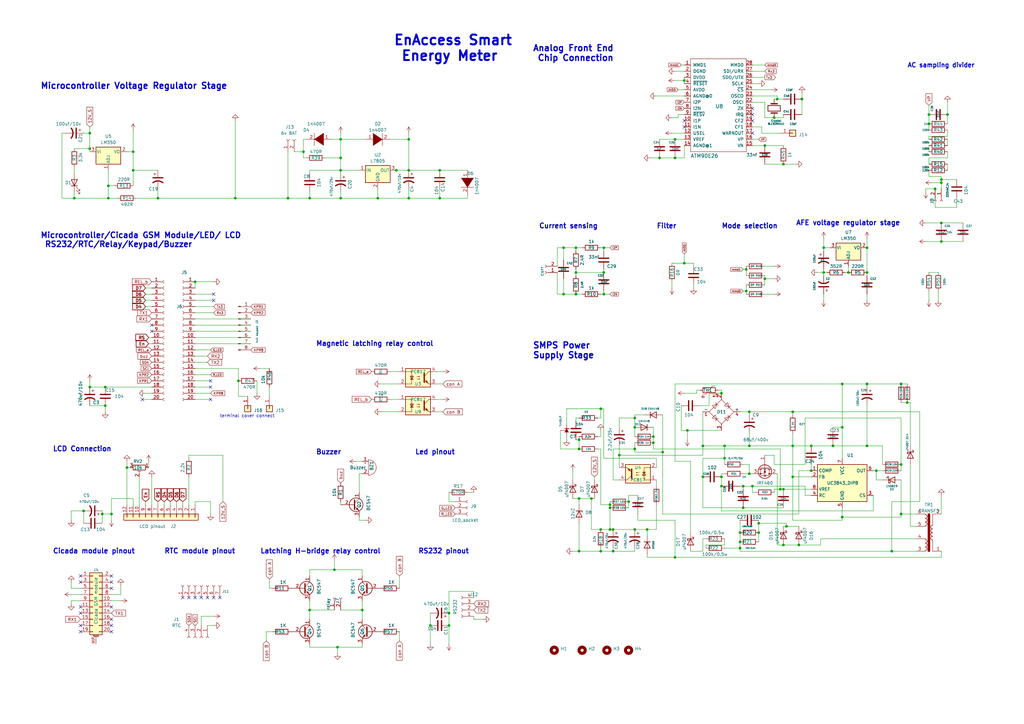
<source format=kicad_sch>
(kicad_sch (version 20211123) (generator eeschema)
  (paper "A3")
  (title_block (title "Smart energy meter") (date "October 19 2022") (rev "version 2") (company "EnAccess"))
  (junction (at 369.57 157.48))
  (junction (at 250.19 207.01))
  (junction (at 167.64 81.28))
  (junction (at 237.49 180.34))
  (junction (at 308.61 199.39))
  (junction (at 80.01 115.57))
  (junction (at 318.77 40.64))
  (junction (at 246.38 167.64))
  (junction (at 148.59 250.19))
  (junction (at 317.5 48.26))
  (junction (at 332.74 182.88))
  (junction (at 332.74 193.04))
  (junction (at 260.35 184.15))
  (junction (at 237.49 184.15))
  (junction (at 137.16 233.68))
  (junction (at 345.44 157.48))
  (junction (at 386.08 91.44))
  (junction (at 321.31 200.66))
  (junction (at 345.44 212.09))
  (junction (at 306.07 110.49))
  (junction (at 231.14 120.65))
  (junction (at 43.18 166.37))
  (junction (at 138.43 265.43))
  (junction (at 337.82 101.6))
  (junction (at 297.18 187.96))
  (junction (at 250.19 217.17))
  (junction (at 260.35 175.26))
  (junction (at 247.65 101.6))
  (junction (at 64.77 81.28))
  (junction (at 383.54 77.47))
  (junction (at 246.38 217.17))
  (junction (at 381 50.8))
  (junction (at 124.46 62.23))
  (junction (at 304.8 199.39))
  (junction (at 297.18 182.88))
  (junction (at 327.66 223.52))
  (junction (at 162.56 69.85))
  (junction (at 139.7 57.15))
  (junction (at 359.41 193.04))
  (junction (at 254 186.69))
  (junction (at 265.43 217.17))
  (junction (at 320.04 200.66))
  (junction (at 355.6 157.48))
  (junction (at 313.69 59.69))
  (junction (at 44.45 76.2))
  (junction (at 270.51 64.77))
  (junction (at 325.12 195.58))
  (junction (at 154.94 81.28))
  (junction (at 288.29 195.58))
  (junction (at 386.08 74.93))
  (junction (at 355.6 182.88))
  (junction (at 260.35 217.17))
  (junction (at 276.86 57.15))
  (junction (at 303.53 224.79))
  (junction (at 381 46.99))
  (junction (at 30.48 81.28))
  (junction (at 276.86 64.77))
  (junction (at 41.91 210.82))
  (junction (at 280.67 107.95))
  (junction (at 369.57 190.5))
  (junction (at 236.22 101.6))
  (junction (at 250.19 208.28))
  (junction (at 139.7 69.85))
  (junction (at 388.62 46.99))
  (junction (at 307.34 182.88))
  (junction (at 246.38 226.06))
  (junction (at 347.98 111.76))
  (junction (at 247.65 111.76))
  (junction (at 337.82 111.76))
  (junction (at 271.78 185.42))
  (junction (at 43.18 158.75))
  (junction (at 260.35 171.45))
  (junction (at 44.45 81.28))
  (junction (at 237.49 204.47))
  (junction (at 304.8 208.28))
  (junction (at 118.11 81.28))
  (junction (at 321.31 223.52))
  (junction (at 167.64 69.85))
  (junction (at 325.12 168.91))
  (junction (at 237.49 226.06))
  (junction (at 36.83 158.75))
  (junction (at 307.34 194.31))
  (junction (at 281.94 176.53))
  (junction (at 36.83 60.96))
  (junction (at 295.91 195.58))
  (junction (at 257.81 205.74))
  (junction (at 288.29 182.88))
  (junction (at 236.22 120.65))
  (junction (at 97.79 156.21))
  (junction (at 184.15 251.46))
  (junction (at 267.97 179.07))
  (junction (at 45.72 210.82))
  (junction (at 303.53 218.44))
  (junction (at 311.15 218.44))
  (junction (at 54.61 62.23))
  (junction (at 325.12 182.88))
  (junction (at 295.91 161.29))
  (junction (at 386.08 99.06))
  (junction (at 176.53 256.54))
  (junction (at 251.46 217.17))
  (junction (at 328.93 40.64))
  (junction (at 167.64 57.15))
  (junction (at 180.34 81.28))
  (junction (at 96.52 81.28))
  (junction (at 139.7 64.77))
  (junction (at 321.31 67.31))
  (junction (at 242.57 204.47))
  (junction (at 127 250.19))
  (junction (at 247.65 120.65))
  (junction (at 303.53 222.25))
  (junction (at 386.08 73.66))
  (junction (at 307.34 168.91))
  (junction (at 311.15 214.63))
  (junction (at 184.15 256.54))
  (junction (at 295.91 199.39))
  (junction (at 306.07 119.38))
  (junction (at 341.63 182.88))
  (junction (at 34.29 209.55))
  (junction (at 52.07 191.77))
  (junction (at 127 81.28))
  (junction (at 313.69 114.3))
  (junction (at 36.83 54.61))
  (junction (at 345.44 175.26))
  (junction (at 365.76 226.06))
  (junction (at 139.7 81.28))
  (junction (at 276.86 228.6))
  (junction (at 280.67 33.02))
  (junction (at 372.11 165.1))
  (junction (at 267.97 181.61))
  (junction (at 231.14 101.6))
  (junction (at 54.61 69.85))
  (junction (at 355.6 111.76))
  (junction (at 322.58 215.9))
  (junction (at 355.6 101.6))
  (junction (at 180.34 69.85))
  (junction (at 251.46 226.06))
  (junction (at 369.57 210.82))
  (junction (at 236.22 111.76))
  (no_connect (at 90.17 245.11))
  (no_connect (at 87.63 245.11))
  (no_connect (at 85.09 245.11))
  (no_connect (at 74.93 245.11))
  (no_connect (at 80.01 245.11))
  (no_connect (at 82.55 245.11))
  (no_connect (at 77.47 245.11))
  (no_connect (at 62.23 133.35))
  (no_connect (at 62.23 135.89))
  (no_connect (at 280.67 49.53))
  (no_connect (at 280.67 52.07))
  (no_connect (at 308.61 54.61))
  (no_connect (at 45.72 256.54))
  (no_connect (at 45.72 259.08))
  (no_connect (at 33.02 238.76))
  (no_connect (at 33.02 236.22))
  (no_connect (at 33.02 251.46))
  (no_connect (at 33.02 248.92))
  (no_connect (at 33.02 256.54))
  (no_connect (at 45.72 236.22))
  (no_connect (at 45.72 238.76))
  (no_connect (at 45.72 241.3))
  (no_connect (at 45.72 248.92))
  (no_connect (at 45.72 254))
  (no_connect (at 33.02 259.08))
  (no_connect (at 87.63 120.65))
  (no_connect (at 87.63 123.19))
  (no_connect (at 58.42 163.83))
  (no_connect (at 86.36 158.75))
  (no_connect (at 86.36 156.21))
  (no_connect (at 86.36 163.83))
  (no_connect (at 308.61 44.45))
  (no_connect (at 308.61 46.99))
  (no_connect (at 308.61 49.53))
  (wire (pts (xy 386.08 99.06) (xy 394.97 99.06)))
  (wire (pts (xy 45.72 210.82) (xy 45.72 213.36)))
  (wire (pts (xy 308.61 39.37) (xy 318.77 39.37)))
  (wire (pts (xy 386.08 210.82) (xy 386.08 203.2)))
  (wire (pts (xy 381 111.76) (xy 384.81 111.76)))
  (wire (pts (xy 285.75 160.02) (xy 285.75 161.29)))
  (wire (pts (xy 247.65 101.6) (xy 247.65 102.87)))
  (wire (pts (xy 320.04 200.66) (xy 320.04 184.15)))
  (wire (pts (xy 265.43 227.33) (xy 265.43 228.6)))
  (wire (pts (xy 271.78 185.42) (xy 260.35 185.42)))
  (wire (pts (xy 80.01 153.67) (xy 86.36 153.67)))
  (wire (pts (xy 246.38 207.01) (xy 246.38 184.15)))
  (wire (pts (xy 80.01 133.35) (xy 102.87 133.35)))
  (wire (pts (xy 148.59 246.38) (xy 148.59 250.19)))
  (wire (pts (xy 270.51 57.15) (xy 276.86 57.15)))
  (wire (pts (xy 33.02 243.84) (xy 29.21 243.84)))
  (wire (pts (xy 284.48 107.95) (xy 284.48 109.22)))
  (wire (pts (xy 184.15 205.74) (xy 186.69 205.74)))
  (wire (pts (xy 246.38 101.6) (xy 247.65 101.6)))
  (wire (pts (xy 80.01 140.97) (xy 102.87 140.97)))
  (wire (pts (xy 49.53 243.84) (xy 45.72 243.84)))
  (wire (pts (xy 265.43 228.6) (xy 276.86 228.6)))
  (wire (pts (xy 246.38 167.64) (xy 247.65 167.64)))
  (wire (pts (xy 80.01 120.65) (xy 87.63 120.65)))
  (wire (pts (xy 110.49 237.49) (xy 110.49 241.3)))
  (wire (pts (xy 330.2 190.5) (xy 330.2 171.45)))
  (wire (pts (xy 97.79 162.56) (xy 97.79 156.21)))
  (wire (pts (xy 80.01 123.19) (xy 87.63 123.19)))
  (wire (pts (xy 254 182.88) (xy 254 186.69)))
  (wire (pts (xy 180.34 69.85) (xy 191.77 69.85)))
  (wire (pts (xy 251.46 184.15) (xy 260.35 184.15)))
  (wire (pts (xy 386.08 73.66) (xy 386.08 72.39)))
  (wire (pts (xy 250.19 205.74) (xy 250.19 207.01)))
  (wire (pts (xy 137.16 229.87) (xy 137.16 233.68)))
  (wire (pts (xy 30.48 60.96) (xy 36.83 60.96)))
  (wire (pts (xy 388.62 53.34) (xy 388.62 55.88)))
  (wire (pts (xy 139.7 81.28) (xy 154.94 81.28)))
  (wire (pts (xy 251.46 217.17) (xy 260.35 217.17)))
  (wire (pts (xy 87.63 115.57) (xy 80.01 115.57)))
  (wire (pts (xy 176.53 264.16) (xy 176.53 256.54)))
  (wire (pts (xy 246.38 226.06) (xy 251.46 226.06)))
  (wire (pts (xy 80.01 156.21) (xy 86.36 156.21)))
  (wire (pts (xy 34.29 54.61) (xy 36.83 54.61)))
  (wire (pts (xy 306.07 119.38) (xy 306.07 120.65)))
  (wire (pts (xy 127 246.38) (xy 127 250.19)))
  (wire (pts (xy 276.86 157.48) (xy 276.86 189.23)))
  (wire (pts (xy 267.97 175.26) (xy 267.97 179.07)))
  (wire (pts (xy 365.76 205.74) (xy 377.19 205.74)))
  (wire (pts (xy 278.13 46.99) (xy 280.67 46.99)))
  (wire (pts (xy 332.74 190.5) (xy 332.74 193.04)))
  (wire (pts (xy 58.42 163.83) (xy 62.23 163.83)))
  (wire (pts (xy 330.2 171.45) (xy 369.57 171.45)))
  (wire (pts (xy 325.12 177.8) (xy 325.12 182.88)))
  (wire (pts (xy 167.64 57.15) (xy 167.64 69.85)))
  (wire (pts (xy 74.93 205.74) (xy 74.93 207.01)))
  (wire (pts (xy 146.05 189.23) (xy 148.59 189.23)))
  (wire (pts (xy 345.44 157.48) (xy 355.6 157.48)))
  (wire (pts (xy 242.57 217.17) (xy 246.38 217.17)))
  (wire (pts (xy 358.14 209.55) (xy 295.91 209.55)))
  (wire (pts (xy 289.56 223.52) (xy 297.18 223.52)))
  (wire (pts (xy 44.45 81.28) (xy 48.26 81.28)))
  (wire (pts (xy 386.08 74.93) (xy 386.08 73.66)))
  (wire (pts (xy 29.21 246.38) (xy 33.02 246.38)))
  (wire (pts (xy 276.86 33.02) (xy 280.67 33.02)))
  (wire (pts (xy 118.11 81.28) (xy 127 81.28)))
  (wire (pts (xy 77.47 195.58) (xy 77.47 207.01)))
  (wire (pts (xy 179.07 163.83) (xy 181.61 163.83)))
  (wire (pts (xy 313.69 114.3) (xy 317.5 114.3)))
  (wire (pts (xy 311.15 214.63) (xy 311.15 218.44)))
  (wire (pts (xy 237.49 204.47) (xy 237.49 207.01)))
  (wire (pts (xy 55.88 81.28) (xy 64.77 81.28)))
  (wire (pts (xy 275.59 107.95) (xy 280.67 107.95)))
  (wire (pts (xy 82.55 252.73) (xy 82.55 256.54)))
  (wire (pts (xy 80.01 151.13) (xy 97.79 151.13)))
  (wire (pts (xy 325.12 170.18) (xy 325.12 168.91)))
  (wire (pts (xy 30.48 81.28) (xy 44.45 81.28)))
  (wire (pts (xy 327.66 193.04) (xy 327.66 210.82)))
  (wire (pts (xy 369.57 157.48) (xy 372.11 157.48)))
  (wire (pts (xy 127 81.28) (xy 139.7 81.28)))
  (wire (pts (xy 147.32 194.31) (xy 147.32 201.93)))
  (wire (pts (xy 228.6 101.6) (xy 228.6 109.22)))
  (wire (pts (xy 308.61 59.69) (xy 313.69 59.69)))
  (wire (pts (xy 251.46 226.06) (xy 260.35 226.06)))
  (wire (pts (xy 80.01 135.89) (xy 102.87 135.89)))
  (wire (pts (xy 318.77 40.64) (xy 321.31 40.64)))
  (wire (pts (xy 355.6 182.88) (xy 361.95 182.88)))
  (wire (pts (xy 308.61 36.83) (xy 316.23 36.83)))
  (wire (pts (xy 127 78.74) (xy 127 81.28)))
  (wire (pts (xy 36.83 52.07) (xy 36.83 54.61)))
  (wire (pts (xy 138.43 265.43) (xy 138.43 267.97)))
  (wire (pts (xy 386.08 74.93) (xy 382.27 74.93)))
  (wire (pts (xy 138.43 265.43) (xy 148.59 265.43)))
  (wire (pts (xy 254 186.69) (xy 254 191.77)))
  (wire (pts (xy 332.74 193.04) (xy 327.66 193.04)))
  (wire (pts (xy 369.57 171.45) (xy 369.57 190.5)))
  (wire (pts (xy 321.31 223.52) (xy 327.66 223.52)))
  (wire (pts (xy 313.69 114.3) (xy 313.69 116.84)))
  (wire (pts (xy 54.61 62.23) (xy 52.07 62.23)))
  (wire (pts (xy 267.97 181.61) (xy 267.97 184.15)))
  (wire (pts (xy 313.69 48.26) (xy 317.5 48.26)))
  (wire (pts (xy 137.16 250.19) (xy 127 250.19)))
  (wire (pts (xy 383.54 85.09) (xy 383.54 77.47)))
  (wire (pts (xy 52.07 191.77) (xy 52.07 207.01)))
  (wire (pts (xy 242.57 204.47) (xy 242.57 217.17)))
  (wire (pts (xy 381 123.19) (xy 381 119.38)))
  (wire (pts (xy 245.11 179.07) (xy 246.38 179.07)))
  (wire (pts (xy 307.34 194.31) (xy 308.61 194.31)))
  (wire (pts (xy 369.57 190.5) (xy 369.57 193.04)))
  (wire (pts (xy 308.61 29.21) (xy 313.69 29.21)))
  (wire (pts (xy 127 71.12) (xy 127 69.85)))
  (wire (pts (xy 91.44 186.69) (xy 77.47 186.69)))
  (wire (pts (xy 62.23 207.01) (xy 62.23 195.58)))
  (wire (pts (xy 139.7 205.74) (xy 139.7 207.01)))
  (wire (pts (xy 139.7 71.12) (xy 139.7 69.85)))
  (wire (pts (xy 283.21 189.23) (xy 276.86 189.23)))
  (wire (pts (xy 318.77 223.52) (xy 321.31 223.52)))
  (wire (pts (xy 260.35 226.06) (xy 260.35 224.79)))
  (wire (pts (xy 54.61 53.34) (xy 54.61 62.23)))
  (wire (pts (xy 139.7 250.19) (xy 148.59 250.19)))
  (wire (pts (xy 80.01 130.81) (xy 102.87 130.81)))
  (wire (pts (xy 179.07 157.48) (xy 181.61 157.48)))
  (wire (pts (xy 43.18 166.37) (xy 36.83 166.37)))
  (wire (pts (xy 41.91 209.55) (xy 41.91 210.82)))
  (wire (pts (xy 313.69 59.69) (xy 321.31 59.69)))
  (wire (pts (xy 358.14 203.2) (xy 358.14 209.55)))
  (wire (pts (xy 163.83 163.83) (xy 160.02 163.83)))
  (wire (pts (xy 254 196.85) (xy 251.46 196.85)))
  (wire (pts (xy 304.8 110.49) (xy 306.07 110.49)))
  (wire (pts (xy 59.69 125.73) (xy 62.23 125.73)))
  (wire (pts (xy 167.64 81.28) (xy 180.34 81.28)))
  (wire (pts (xy 355.6 166.37) (xy 355.6 182.88)))
  (wire (pts (xy 306.07 110.49) (xy 306.07 113.03)))
  (wire (pts (xy 388.62 64.77) (xy 388.62 62.23)))
  (wire (pts (xy 361.95 182.88) (xy 361.95 190.5)))
  (wire (pts (xy 124.46 62.23) (xy 124.46 64.77)))
  (wire (pts (xy 96.52 49.53) (xy 96.52 81.28)))
  (wire (pts (xy 308.61 199.39) (xy 308.61 201.93)))
  (wire (pts (xy 327.66 223.52) (xy 336.55 223.52)))
  (wire (pts (xy 266.7 64.77) (xy 270.51 64.77)))
  (wire (pts (xy 318.77 194.31) (xy 318.77 223.52)))
  (wire (pts (xy 110.49 241.3) (xy 111.76 241.3)))
  (wire (pts (xy 388.62 69.85) (xy 388.62 67.31)))
  (wire (pts (xy 260.35 175.26) (xy 260.35 171.45)))
  (wire (pts (xy 327.66 210.82) (xy 271.78 210.82)))
  (wire (pts (xy 154.94 81.28) (xy 167.64 81.28)))
  (wire (pts (xy 276.86 157.48) (xy 345.44 157.48)))
  (wire (pts (xy 288.29 187.96) (xy 297.18 187.96)))
  (wire (pts (xy 322.58 214.63) (xy 322.58 215.9)))
  (wire (pts (xy 320.04 184.15) (xy 267.97 184.15)))
  (wire (pts (xy 191.77 201.93) (xy 194.31 201.93)))
  (wire (pts (xy 36.83 161.29) (xy 36.83 158.75)))
  (wire (pts (xy 139.7 69.85) (xy 147.32 69.85)))
  (wire (pts (xy 33.02 163.83) (xy 33.02 161.29)))
  (wire (pts (xy 236.22 101.6) (xy 238.76 101.6)))
  (wire (pts (xy 307.34 182.88) (xy 307.34 177.8)))
  (wire (pts (xy 337.82 101.6) (xy 340.36 101.6)))
  (wire (pts (xy 317.5 190.5) (xy 330.2 190.5)))
  (wire (pts (xy 297.18 190.5) (xy 297.18 187.96)))
  (wire (pts (xy 36.83 60.96) (xy 36.83 62.23)))
  (wire (pts (xy 194.31 245.11) (xy 194.31 242.57)))
  (wire (pts (xy 96.52 81.28) (xy 118.11 81.28)))
  (wire (pts (xy 281.94 176.53) (xy 295.91 176.53)))
  (wire (pts (xy 80.01 205.74) (xy 80.01 207.01)))
  (wire (pts (xy 386.08 77.47) (xy 386.08 74.93)))
  (wire (pts (xy 260.35 184.15) (xy 260.35 181.61)))
  (wire (pts (xy 375.92 226.06) (xy 365.76 226.06)))
  (wire (pts (xy 64.77 77.47) (xy 64.77 81.28)))
  (wire (pts (xy 59.69 205.74) (xy 59.69 207.01)))
  (wire (pts (xy 247.65 101.6) (xy 250.19 101.6)))
  (wire (pts (xy 54.61 204.47) (xy 54.61 207.01)))
  (wire (pts (xy 127 250.19) (xy 127 254)))
  (wire (pts (xy 358.14 193.04) (xy 359.41 193.04)))
  (wire (pts (xy 313.69 41.91) (xy 313.69 48.26)))
  (wire (pts (xy 234.95 193.04) (xy 234.95 196.85)))
  (wire (pts (xy 355.6 120.65) (xy 355.6 123.19)))
  (wire (pts (xy 54.61 69.85) (xy 54.61 76.2)))
  (wire (pts (xy 139.7 54.61) (xy 139.7 57.15)))
  (wire (pts (xy 45.72 204.47) (xy 54.61 204.47)))
  (wire (pts (xy 303.53 199.39) (xy 304.8 199.39)))
  (wire (pts (xy 276.86 29.21) (xy 280.67 29.21)))
  (wire (pts (xy 295.91 195.58) (xy 295.91 199.39)))
  (wire (pts (xy 278.13 48.26) (xy 278.13 46.99)))
  (wire (pts (xy 250.19 208.28) (xy 250.19 217.17)))
  (wire (pts (xy 381 50.8) (xy 381 46.99)))
  (wire (pts (xy 236.22 111.76) (xy 236.22 113.03)))
  (wire (pts (xy 345.44 212.09) (xy 345.44 213.36)))
  (wire (pts (xy 260.35 170.18) (xy 264.16 170.18)))
  (wire (pts (xy 247.65 110.49) (xy 247.65 111.76)))
  (wire (pts (xy 271.78 185.42) (xy 271.78 210.82)))
  (wire (pts (xy 288.29 186.69) (xy 288.29 182.88)))
  (wire (pts (xy 234.95 226.06) (xy 237.49 226.06)))
  (wire (pts (xy 29.21 247.65) (xy 29.21 246.38)))
  (wire (pts (xy 355.6 158.75) (xy 355.6 157.48)))
  (wire (pts (xy 29.21 209.55) (xy 29.21 213.36)))
  (wire (pts (xy 283.21 189.23) (xy 283.21 218.44)))
  (wire (pts (xy 281.94 176.53) (xy 281.94 180.34)))
  (wire (pts (xy 308.61 34.29) (xy 311.15 34.29)))
  (wire (pts (xy 290.83 166.37) (xy 290.83 161.29)))
  (wire (pts (xy 82.55 252.73) (xy 87.63 252.73)))
  (wire (pts (xy 236.22 120.65) (xy 238.76 120.65)))
  (wire (pts (xy 257.81 205.74) (xy 257.81 208.28)))
  (wire (pts (xy 377.19 205.74) (xy 377.19 168.91)))
  (wire (pts (xy 332.74 203.2) (xy 330.2 203.2)))
  (wire (pts (xy 318.77 39.37) (xy 318.77 40.64)))
  (wire (pts (xy 295.91 160.02) (xy 295.91 161.29)))
  (wire (pts (xy 147.32 212.09) (xy 147.32 213.36)))
  (wire (pts (xy 247.65 187.96) (xy 269.24 187.96)))
  (wire (pts (xy 269.24 191.77) (xy 269.24 187.96)))
  (wire (pts (xy 236.22 172.72) (xy 236.22 171.45)))
  (wire (pts (xy 303.53 213.36) (xy 303.53 218.44)))
  (wire (pts (xy 30.48 68.58) (xy 30.48 71.12)))
  (wire (pts (xy 288.29 187.96) (xy 288.29 195.58)))
  (wire (pts (xy 254 186.69) (xy 288.29 186.69)))
  (wire (pts (xy 325.12 168.91) (xy 377.19 168.91)))
  (wire (pts (xy 392.43 81.28) (xy 392.43 85.09)))
  (wire (pts (xy 313.69 120.65) (xy 317.5 120.65)))
  (wire (pts (xy 275.59 115.57) (xy 275.59 118.11)))
  (wire (pts (xy 237.49 214.63) (xy 237.49 226.06)))
  (wire (pts (xy 384.81 123.19) (xy 384.81 119.38)))
  (wire (pts (xy 386.08 226.06) (xy 386.08 228.6)))
  (wire (pts (xy 347.98 109.22) (xy 347.98 111.76)))
  (wire (pts (xy 265.43 217.17) (xy 269.24 217.17)))
  (wire (pts (xy 381 53.34) (xy 381 50.8)))
  (wire (pts (xy 77.47 186.69) (xy 77.47 187.96)))
  (wire (pts (xy 306.07 116.84) (xy 306.07 119.38)))
  (wire (pts (xy 321.31 200.66) (xy 320.04 200.66)))
  (wire (pts (xy 247.65 187.96) (xy 247.65 167.64)))
  (wire (pts (xy 317.5 40.64) (xy 318.77 40.64)))
  (wire (pts (xy 109.22 262.89) (xy 109.22 259.08)))
  (wire (pts (xy 267.97 179.07) (xy 267.97 181.61)))
  (wire (pts (xy 261.62 213.36) (xy 276.86 213.36)))
  (wire (pts (xy 260.35 185.42) (xy 260.35 184.15)))
  (wire (pts (xy 246.38 224.79) (xy 246.38 226.06)))
  (wire (pts (xy 180.34 77.47) (xy 180.34 81.28)))
  (wire (pts (xy 297.18 182.88) (xy 307.34 182.88)))
  (wire (pts (xy 236.22 111.76) (xy 247.65 111.76)))
  (wire (pts (xy 125.73 64.77) (xy 124.46 64.77)))
  (wire (pts (xy 80.01 115.57) (xy 80.01 118.11)))
  (wire (pts (xy 80.01 146.05) (xy 85.09 146.05)))
  (wire (pts (xy 359.41 193.04) (xy 361.95 193.04)))
  (wire (pts (xy 325.12 182.88) (xy 332.74 182.88)))
  (wire (pts (xy 59.69 118.11) (xy 62.23 118.11)))
  (wire (pts (xy 137.16 233.68) (xy 148.59 233.68)))
  (wire (pts (xy 54.61 62.23) (xy 54.61 69.85)))
  (wire (pts (xy 228.6 120.65) (xy 231.14 120.65)))
  (wire (pts (xy 247.65 120.65) (xy 250.19 120.65)))
  (wire (pts (xy 36.83 54.61) (xy 36.83 60.96)))
  (wire (pts (xy 156.21 157.48) (xy 163.83 157.48)))
  (wire (pts (xy 64.77 205.74) (xy 64.77 207.01)))
  (wire (pts (xy 49.53 246.38) (xy 45.72 246.38)))
  (wire (pts (xy 163.83 152.4) (xy 160.02 152.4)))
  (wire (pts (xy 332.74 182.88) (xy 341.63 182.88)))
  (wire (pts (xy 304.8 199.39) (xy 308.61 199.39)))
  (wire (pts (xy 261.62 203.2) (xy 257.81 203.2)))
  (wire (pts (xy 308.61 199.39) (xy 330.2 199.39)))
  (wire (pts (xy 133.35 64.77) (xy 139.7 64.77)))
  (wire (pts (xy 379.73 91.44) (xy 386.08 91.44)))
  (wire (pts (xy 43.18 158.75) (xy 62.23 158.75)))
  (wire (pts (xy 379.73 99.06) (xy 386.08 99.06)))
  (wire (pts (xy 60.96 138.43) (xy 62.23 138.43)))
  (wire (pts (xy 127 233.68) (xy 127 236.22)))
  (wire (pts (xy 254 171.45) (xy 260.35 171.45)))
  (wire (pts (xy 275.59 48.26) (xy 278.13 48.26)))
  (wire (pts (xy 231.14 114.3) (xy 231.14 120.65)))
  (wire (pts (xy 307.34 168.91) (xy 307.34 170.18)))
  (wire (pts (xy 236.22 102.87) (xy 236.22 101.6)))
  (wire (pts (xy 237.49 180.34) (xy 237.49 184.15)))
  (wire (pts (xy 345.44 213.36) (xy 325.12 213.36)))
  (wire (pts (xy 285.75 160.02) (xy 287.02 160.02)))
  (wire (pts (xy 271.78 170.18) (xy 271.78 185.42)))
  (wire (pts (xy 307.34 168.91) (xy 325.12 168.91)))
  (wire (pts (xy 231.14 101.6) (xy 236.22 101.6)))
  (wire (pts (xy 288.29 220.98) (xy 289.56 220.98)))
  (wire (pts (xy 337.82 111.76) (xy 337.82 113.03)))
  (wire (pts (xy 361.95 196.85) (xy 359.41 196.85)))
  (wire (pts (xy 381 55.88) (xy 381 57.15)))
  (wire (pts (xy 260.35 175.26) (xy 260.35 179.07)))
  (wire (pts (xy 326.39 67.31) (xy 321.31 67.31)))
  (wire (pts (xy 237.49 226.06) (xy 246.38 226.06)))
  (wire (pts (xy 345.44 208.28) (xy 345.44 212.09)))
  (wire (pts (xy 254 175.26) (xy 254 171.45)))
  (wire (pts (xy 369.57 165.1) (xy 372.11 165.1)))
  (wire (pts (xy 304.8 208.28) (xy 321.31 208.28)))
  (wire (pts (xy 124.46 57.15) (xy 124.46 62.23)))
  (wire (pts (xy 80.01 125.73) (xy 87.63 125.73)))
  (wire (pts (xy 295.91 194.31) (xy 295.91 195.58)))
  (wire (pts (xy 345.44 212.09) (xy 369.57 212.09)))
  (wire (pts (xy 243.84 195.58) (xy 243.84 196.85)))
  (wire (pts (xy 345.44 157.48) (xy 345.44 175.26)))
  (wire (pts (xy 341.63 182.88) (xy 355.6 182.88)))
  (wire (pts (xy 80.01 143.51) (xy 86.36 143.51)))
  (wire (pts (xy 25.4 54.61) (xy 25.4 81.28)))
  (wire (pts (xy 194.31 242.57) (xy 184.15 242.57)))
  (wire (pts (xy 375.92 220.98) (xy 336.55 220.98)))
  (wire (pts (xy 191.77 80.01) (xy 191.77 81.28)))
  (wire (pts (xy 97.79 151.13) (xy 97.79 156.21)))
  (wire (pts (xy 80.01 128.27) (xy 87.63 128.27)))
  (wire (pts (xy 59.69 120.65) (xy 62.23 120.65)))
  (wire (pts (xy 307.34 190.5) (xy 307.34 194.31)))
  (wire (pts (xy 29.21 241.3) (xy 33.02 241.3)))
  (wire (pts (xy 127 265.43) (xy 138.43 265.43)))
  (wire (pts (xy 337.82 111.76) (xy 339.09 111.76)))
  (wire (pts (xy 57.15 195.58) (xy 57.15 207.01)))
  (wire (pts (xy 232.41 167.64) (xy 246.38 167.64)))
  (wire (pts (xy 127 69.85) (xy 139.7 69.85)))
  (wire (pts (xy 179.07 152.4) (xy 181.61 152.4)))
  (wire (pts (xy 52.07 189.23) (xy 52.07 191.77)))
  (wire (pts (xy 261.62 210.82) (xy 261.62 213.36)))
  (wire (pts (xy 228.6 101.6) (xy 231.14 101.6)))
  (wire (pts (xy 245.11 171.45) (xy 246.38 171.45)))
  (wire (pts (xy 369.57 210.82) (xy 369.57 212.09)))
  (wire (pts (xy 229.87 184.15) (xy 237.49 184.15)))
  (wire (pts (xy 30.48 81.28) (xy 30.48 78.74)))
  (wire (pts (xy 284.48 118.11) (xy 284.48 116.84)))
  (wire (pts (xy 120.65 62.23) (xy 124.46 62.23)))
  (wire (pts (xy 336.55 220.98) (xy 336.55 223.52)))
  (wire (pts (xy 41.91 210.82) (xy 45.72 210.82)))
  (wire (pts (xy 304.8 119.38) (xy 306.07 119.38)))
  (wire (pts (xy 147.32 194.31) (xy 148.59 194.31)))
  (wire (pts (xy 321.31 48.26) (xy 321.31 46.99)))
  (wire (pts (xy 308.61 201.93) (xy 309.88 201.93)))
  (wire (pts (xy 280.67 33.02) (xy 280.67 34.29)))
  (wire (pts (xy 245.11 184.15) (xy 246.38 184.15)))
  (wire (pts (xy 80.01 148.59) (xy 85.09 148.59)))
  (wire (pts (xy 275.59 54.61) (xy 280.67 54.61)))
  (wire (pts (xy 44.45 69.85) (xy 44.45 76.2)))
  (wire (pts (xy 381 72.39) (xy 386.08 72.39)))
  (wire (pts (xy 72.39 205.74) (xy 72.39 207.01)))
  (wire (pts (xy 257.81 203.2) (xy 257.81 205.74)))
  (wire (pts (xy 276.86 228.6) (xy 386.08 228.6)))
  (wire (pts (xy 304.8 199.39) (xy 304.8 200.66)))
  (wire (pts (xy 381 43.18) (xy 381 46.99)))
  (wire (pts (xy 276.86 213.36) (xy 276.86 228.6)))
  (wire (pts (xy 308.61 52.07) (xy 312.42 52.07)))
  (wire (pts (xy 355.6 111.76) (xy 355.6 113.03)))
  (wire (pts (xy 288.29 168.91) (xy 288.29 182.88)))
  (wire (pts (xy 34.29 209.55) (xy 34.29 214.63)))
  (wire (pts (xy 251.46 224.79) (xy 251.46 226.06)))
  (wire (pts (xy 288.29 195.58) (xy 288.29 208.28)))
  (wire (pts (xy 381 64.77) (xy 388.62 64.77)))
  (wire (pts (xy 297.18 182.88) (xy 297.18 187.96)))
  (wire (pts (xy 287.02 166.37) (xy 290.83 166.37)))
  (wire (pts (xy 232.41 180.34) (xy 232.41 179.07)))
  (wire (pts (xy 29.21 209.55) (xy 34.29 209.55)))
  (wire (pts (xy 337.82 97.79) (xy 337.82 101.6)))
  (wire (pts (xy 167.64 54.61) (xy 167.64 57.15)))
  (wire (pts (xy 54.61 69.85) (xy 64.77 69.85)))
  (wire (pts (xy 279.4 26.67) (xy 280.67 26.67)))
  (wire (pts (xy 307.34 182.88) (xy 325.12 182.88)))
  (wire (pts (xy 236.22 180.34) (xy 237.49 180.34)))
  (wire (pts (xy 365.76 226.06) (xy 365.76 205.74)))
  (wire (pts (xy 184.15 242.57) (xy 184.15 251.46)))
  (wire (pts (xy 105.41 156.21) (xy 105.41 161.29)))
  (wire (pts (xy 64.77 81.28) (xy 96.52 81.28)))
  (wire (pts (xy 280.67 36.83) (xy 278.13 36.83)))
  (wire (pts (xy 392.43 85.09) (xy 383.54 85.09)))
  (wire (pts (xy 369.57 196.85) (xy 369.57 210.82)))
  (wire (pts (xy 184.15 264.16) (xy 184.15 256.54)))
  (wire (pts (xy 295.91 194.31) (xy 297.18 194.31)))
  (wire (pts (xy 311.15 57.15) (xy 308.61 57.15)))
  (wire (pts (xy 237.49 204.47) (xy 242.57 204.47)))
  (wire (pts (xy 330.2 203.2) (xy 330.2 199.39)))
  (wire (pts (xy 294.64 160.02) (xy 295.91 160.02)))
  (wire (pts (xy 109.22 259.08) (xy 111.76 259.08)))
  (wire (pts (xy 320.04 200.66) (xy 317.5 200.66)))
  (wire (pts (xy 280.67 59.69) (xy 280.67 64.77)))
  (wire (pts (xy 308.61 31.75) (xy 313.69 31.75)))
  (wire (pts (xy 317.5 186.69) (xy 317.5 190.5)))
  (wire (pts (xy 269.24 207.01) (xy 269.24 217.17)))
  (wire (pts (xy 163.83 259.08) (xy 163.83 262.89)))
  (wire (pts (xy 36.83 158.75) (xy 43.18 158.75)))
  (wire (pts (xy 322.58 215.9) (xy 327.66 215.9)))
  (wire (pts (xy 359.41 196.85) (xy 359.41 193.04)))
  (wire (pts (xy 167.64 77.47) (xy 167.64 81.28)))
  (wire (pts (xy 279.4 176.53) (xy 279.4 166.37)))
  (wire (pts (xy 251.46 196.85) (xy 251.46 184.15)))
  (wire (pts (xy 176.53 251.46) (xy 176.53 256.54)))
  (wire (pts (xy 355.6 97.79) (xy 355.6 101.6)))
  (wire (pts (xy 373.38 165.1) (xy 372.11 165.1)))
  (wire (pts (xy 147.32 213.36) (xy 149.86 213.36)))
  (wire (pts (xy 246.38 167.64) (xy 246.38 171.45)))
  (wire (pts (xy 247.65 119.38) (xy 247.65 120.65)))
  (wire (pts (xy 325.12 195.58) (xy 325.12 213.36)))
  (wire (pts (xy 180.34 81.28) (xy 191.77 81.28)))
  (wire (pts (xy 101.6 162.56) (xy 97.79 162.56)))
  (wire (pts (xy 381 69.85) (xy 381 72.39)))
  (wire (pts (xy 162.56 69.85) (xy 167.64 69.85)))
  (wire (pts (xy 246.38 207.01) (xy 250.19 207.01)))
  (wire (pts (xy 59.69 161.29) (xy 62.23 161.29)))
  (wire (pts (xy 91.44 205.74) (xy 91.44 186.69)))
  (wire (pts (xy 337.82 120.65) (xy 337.82 123.19)))
  (wire (pts (xy 304.8 208.28) (xy 288.29 208.28)))
  (wire (pts (xy 321.31 215.9) (xy 322.58 215.9)))
  (wire (pts (xy 60.96 140.97) (xy 62.23 140.97)))
  (wire (pts (xy 154.94 77.47) (xy 154.94 81.28)))
  (wire (pts (xy 280.67 31.75) (xy 280.67 33.02)))
  (wire (pts (xy 297.18 223.52) (xy 297.18 220.98)))
  (wire (pts (xy 388.62 59.69) (xy 388.62 57.15)))
  (wire (pts (xy 269.24 39.37) (xy 280.67 39.37)))
  (wire (pts (xy 124.46 57.15) (xy 125.73 57.15)))
  (wire (pts (xy 184.15 251.46) (xy 184.15 256.54)))
  (wire (pts (xy 85.09 256.54) (xy 87.63 256.54)))
  (wire (pts (xy 69.85 205.74) (xy 69.85 207.01)))
  (wire (pts (xy 388.62 50.8) (xy 388.62 46.99)))
  (wire (pts (xy 179.07 168.91) (xy 181.61 168.91)))
  (wire (pts (xy 250.19 217.17) (xy 251.46 217.17)))
  (wire (pts (xy 381 67.31) (xy 381 64.77)))
  (wire (pts (xy 110.49 151.13) (xy 106.68 151.13)))
  (wire (pts (xy 260.35 171.45) (xy 260.35 170.18)))
  (wire (pts (xy 321.31 200.66) (xy 332.74 200.66)))
  (wire (pts (xy 118.11 62.23) (xy 118.11 81.28)))
  (wire (pts (xy 335.28 111.76) (xy 337.82 111.76)))
  (wire (pts (xy 59.69 123.19) (xy 62.23 123.19)))
  (wire (pts (xy 303.53 224.79) (xy 303.53 226.06)))
  (wire (pts (xy 242.57 204.47) (xy 243.84 204.47)))
  (wire (pts (xy 52.07 191.77) (xy 53.34 191.77)))
  (wire (pts (xy 303.53 168.91) (xy 307.34 168.91)))
  (wire (pts (xy 44.45 76.2) (xy 44.45 81.28)))
  (wire (pts (xy 163.83 236.22) (xy 163.83 241.3)))
  (wire (pts (xy 194.31 252.73) (xy 194.31 254)))
  (wire (pts (xy 127 233.68) (xy 137.16 233.68)))
  (wire (pts (xy 321.31 67.31) (xy 313.69 67.31)))
  (wire (pts (xy 373.38 215.9) (xy 375.92 215.9)))
  (wire (pts (xy 373.38 190.5) (xy 373.38 215.9)))
  (wire (pts (xy 312.42 52.07) (xy 312.42 54.61)))
  (wire (pts (xy 313.69 114.3) (xy 313.69 113.03)))
  (wire (pts (xy 231.14 101.6) (xy 231.14 106.68)))
  (wire (pts (xy 41.91 210.82) (xy 41.91 214.63)))
  (wire (pts (xy 228.6 111.76) (xy 228.6 120.65)))
  (wire (pts (xy 369.57 210.82) (xy 375.92 210.82)))
  (wire (pts (xy 247.65 120.65) (xy 246.38 120.65)))
  (wire (pts (xy 304.8 194.31) (xy 307.34 194.31)))
  (wire (pts (xy 232.41 173.99) (xy 232.41 167.64)))
  (wire (pts (xy 345.44 175.26) (xy 345.44 187.96)))
  (wire (pts (xy 379.73 78.74) (xy 379.73 77.47)))
  (wire (pts (xy 337.82 102.87) (xy 337.82 101.6)))
  (wire (pts (xy 388.62 55.88) (xy 381 55.88)))
  (wire (pts (xy 288.29 226.06) (xy 288.29 220.98)))
  (wire (pts (xy 45.72 210.82) (xy 45.72 204.47)))
  (wire (pts (xy 25.4 81.28) (xy 30.48 81.28)))
  (wire (pts (xy 303.53 224.79) (xy 303.53 222.25)))
  (wire (pts (xy 234.95 204.47) (xy 237.49 204.47)))
  (wire (pts (xy 325.12 195.58) (xy 332.74 195.58)))
  (wire (pts (xy 49.53 240.03) (xy 49.53 243.84)))
  (wire (pts (xy 250.19 207.01) (xy 250.19 208.28)))
  (wire (pts (xy 317.5 48.26) (xy 321.31 48.26)))
  (wire (pts (xy 246.38 176.53) (xy 246.38 179.07)))
  (wire (pts (xy 276.86 64.77) (xy 280.67 64.77)))
  (wire (pts (xy 167.64 69.85) (xy 180.34 69.85)))
  (wire (pts (xy 86.36 205.74) (xy 80.01 205.74)))
  (wire (pts (xy 80.01 163.83) (xy 86.36 163.83)))
  (wire (pts (xy 388.62 46.99) (xy 388.62 41.91)))
  (wire (pts (xy 148.59 265.43) (xy 148.59 264.16)))
  (wire (pts (xy 283.21 226.06) (xy 288.29 226.06)))
  (wire (pts (xy 325.12 182.88) (xy 325.12 195.58)))
  (wire (pts (xy 276.86 57.15) (xy 280.67 57.15)))
  (wire (pts (xy 355.6 101.6) (xy 355.6 111.76)))
  (wire (pts (xy 156.21 168.91) (xy 163.83 168.91)))
  (wire (pts (xy 237.49 179.07) (xy 237.49 180.34)))
  (wire (pts (xy 328.93 40.64) (xy 328.93 46.99)))
  (wire (pts (xy 381 62.23) (xy 381 59.69)))
  (wire (pts (xy 304.8 190.5) (xy 307.34 190.5)))
  (wire (pts (xy 26.67 54.61) (xy 25.4 54.61)))
  (wire (pts (xy 127 264.16) (xy 127 265.43)))
  (wire (pts (xy 383.54 77.47) (xy 379.73 77.47)))
  (wire (pts (xy 269.24 196.85) (xy 269.24 199.39)))
  (wire (pts (xy 139.7 57.15) (xy 149.86 57.15)))
  (wire (pts (xy 341.63 175.26) (xy 345.44 175.26)))
  (wire (pts (xy 313.69 109.22) (xy 317.5 109.22)))
  (wire (pts (xy 229.87 176.53) (xy 229.87 184.15)))
  (wire (pts (xy 288.29 182.88) (xy 297.18 182.88)))
  (wire (pts (xy 231.14 120.65) (xy 236.22 120.65)))
  (wire (pts (xy 80.01 161.29) (xy 86.36 161.29)))
  (wire (pts (xy 285.75 161.29) (xy 280.67 161.29)))
  (wire (pts (xy 139.7 57.15) (xy 139.7 64.77)))
  (wire (pts (xy 43.18 168.91) (xy 43.18 166.37)))
  (wire (pts (xy 306.07 109.22) (xy 306.07 110.49)))
  (wire (pts (xy 355.6 157.48) (xy 369.57 157.48)))
  (wire (pts (xy 44.45 76.2) (xy 46.99 76.2)))
  (wire (pts (xy 86.36 210.82) (xy 86.36 205.74)))
  (wire (pts (xy 303.53 226.06) (xy 365.76 226.06)))
  (wire (pts (xy 295.91 209.55) (xy 295.91 199.39)))
  (wire (pts (xy 386.08 91.44) (xy 394.97 91.44)))
  (wire (pts (xy 373.38 165.1) (xy 373.38 182.88)))
  (wire (pts (xy 311.15 214.63) (xy 322.58 214.63)))
  (wire (pts (xy 80.01 138.43) (xy 102.87 138.43)))
  (wire (pts (xy 246.38 217.17) (xy 250.19 217.17)))
  (wire (pts (xy 260.35 217.17) (xy 265.43 217.17)))
  (wire (pts (xy 311.15 213.36) (xy 311.15 214.63)))
  (wire (pts (xy 280.67 104.14) (xy 280.67 107.95)))
  (wire (pts (xy 139.7 78.74) (xy 139.7 81.28)))
  (wire (pts (xy 337.82 110.49) (xy 337.82 111.76)))
  (wire (pts (xy 36.83 156.21) (xy 36.83 158.75)))
  (wire (pts (xy 184.15 201.93) (xy 184.15 205.74)))
  (wire (pts (xy 60.96 189.23) (xy 60.96 191.77)))
  (wire (pts (xy 161.29 69.85) (xy 162.56 69.85)))
  (wire (pts (xy 80.01 158.75) (xy 86.36 158.75)))
  (wire (pts (xy 29.21 238.76) (xy 29.21 241.3)))
  (wire (pts (xy 139.7 64.77) (xy 139.7 69.85)))
  (wire (pts (xy 135.89 57.15) (xy 139.7 57.15)))
  (wire (pts (xy 312.42 54.61) (xy 320.04 54.61)))
  (wire (pts (xy 280.67 107.95) (xy 284.48 107.95)))
  (wire (pts (xy 236.22 171.45) (xy 237.49 171.45)))
  (wire (pts (xy 308.61 41.91) (xy 313.69 41.91)))
  (wire (pts (xy 290.83 161.29) (xy 295.91 161.29)))
  (wire (pts (xy 308.61 26.67) (xy 313.69 26.67)))
  (wire (pts (xy 317.5 200.66) (xy 317.5 201.93)))
  (wire (pts (xy 347.98 111.76) (xy 346.71 111.76)))
  (wire (pts (xy 148.59 250.19) (xy 148.59 254)))
  (wire (pts (xy 270.51 64.77) (xy 276.86 64.77)))
  (wire (pts (xy 160.02 57.15) (xy 167.64 57.15)))
  (wire (pts (xy 297.18 224.79) (xy 303.53 224.79)))
  (wire (pts (xy 289.56 224.79) (xy 289.56 223.52)))
  (wire (pts (xy 311.15 218.44) (xy 311.15 222.25)))
  (wire (pts (xy 279.4 176.53) (xy 281.94 176.53)))
  (wire (pts (xy 194.31 254) (xy 198.12 254)))
  (wire (pts (xy 67.31 205.74) (xy 67.31 207.01)))
  (wire (pts (xy 148.59 233.68) (xy 148.59 236.22)))
  (wire (pts (xy 110.49 158.75) (xy 110.49 162.56)))
  (wire (pts (xy 236.22 110.49) (xy 236.22 111.76)))
  (wire (pts (xy 313.69 186.69) (xy 317.5 186.69)))
  (wire (pts (xy 386.08 73.66) (xy 392.43 73.66)))
  (wire (pts (xy 303.53 218.44) (xy 303.53 222.25)))
  (wire (pts (xy 328.93 38.1) (xy 328.93 40.64)))
  (wire (pts (xy 265.43 217.17) (xy 265.43 219.71)))
  (text "Mode selection" (at 295.91 93.98 0) (effects (font (size 2 2) bold) (justify left bottom)))
  (text "AFE voltage regulator stage" (at 326.39 92.71 0) (effects (font (size 2 2) bold) (justify left bottom)))
  (text "Analog Front End\n Chip Connection" (at 218.44 25.4 0) (effects (font (size 2.5 2.5) (thickness 0.5) bold) (justify left bottom)))
  (text "Latching H-bridge relay control" (at 106.68 227.33 0) (effects (font (size 2 2) bold) (justify left bottom)))
  (text "Led pinout" (at 170.18 186.69 0) (effects (font (size 2 2) bold) (justify left bottom)))
  (text "Magnetic latching relay control" (at 129.54 142.24 0) (effects (font (size 2 2) (thickness 0.4) bold) (justify left bottom)))
  (text "EnAccess Smart \n Energy Meter" (at 161.29 25.4 0) (effects (font (size 4 4) (thickness 0.8) bold) (justify left bottom)))
  (text "LCD Connection" (at 21.59 185.42 0) (effects (font (size 2 2) (thickness 0.4) bold) (justify left bottom)))
  (text "AC sampling divider" (at 372.11 27.94 0) (effects (font (size 1.8 1.8) bold) (justify left bottom)))
  (text "Microcontroller/Cicada GSM Module/LED/ LCD\n RS232/RTC/Relay/Keypad/Buzzer\n    " (at 16.51 105.41 0) (effects (font (size 2.3 2.3) (thickness 0.46) bold) (justify left bottom)))
  (text "Current sensing" (at 220.98 93.98 0) (effects (font (size 2 2) bold) (justify left bottom)))
  (text "SMPS Power \nSupply Stage" (at 218.44 147.32 0) (effects (font (size 2.5 2.5) (thickness 0.5) bold) (justify left bottom)))
  (text "RS232 pinout" (at 171.45 227.33 0) (effects (font (size 2 2) bold) (justify left bottom)))
  (text "Cicada module pinout" (at 21.59 227.33 0) (effects (font (size 2 2) bold) (justify left bottom)))
  (text "Buzzer" (at 129.54 186.69 0) (effects (font (size 2 2) (thickness 0.4) bold) (justify left bottom)))
  (text "terminal cover connect\n" (at 90.17 171.45 0) (effects (font (size 1.27 1.27)) (justify left bottom)))
  (text "RTC module pinout" (at 67.31 227.33 0) (effects (font (size 2 2) bold) (justify left bottom)))
  (text "Filter" (at 269.24 93.98 0) (effects (font (size 2 2) bold) (justify left bottom)))
  (text "Microcontroller Voltage Regulator Stage" (at 16.51 36.83 0) (effects (font (size 2.5 2.5) (thickness 0.5) bold) (justify left bottom)))
  (global_label "G_LED" (shape input) (at 186.69 208.28 180) (effects (font (size 1 1))) (property "Intersheetrefs" "${INTERSHEET_REFS}" (effects hide)))
  (global_label "REL_b" (shape input) (at 62.23 115.57 180) (property "Intersheetrefs" "${INTERSHEET_REFS}" (effects hide)))
  (global_label "TX2" (shape input) (at 85.09 148.59 0) (property "Intersheetrefs" "${INTERSHEET_REFS}" (effects hide)))
  (global_label "En" (shape input) (at 60.96 140.97 180) (effects (font bold)) (property "Intersheetrefs" "${INTERSHEET_REFS}" (effects hide)))
  (global_label "R_LED" (shape input) (at 86.36 153.67 0) (effects (font (size 0.8 0.8))) (property "Intersheetrefs" "${INTERSHEET_REFS}" (effects hide)))
  (global_label "con B" (shape input) (at 109.22 262.89 270) (property "Intersheetrefs" "${INTERSHEET_REFS}" (effects hide)))
  (global_label "I2P" (shape input) (at 280.67 41.91 180) (effects (font (size 0.8 0.8))) (property "Intersheetrefs" "${INTERSHEET_REFS}" (effects hide)))
  (global_label "12V_S" (shape input) (at 36.83 52.07 90) (property "Intersheetrefs" "${INTERSHEET_REFS}" (effects hide)))
  (global_label "D4" (shape input) (at 59.69 125.73 180) (effects (font bold)) (property "Intersheetrefs" "${INTERSHEET_REFS}" (effects hide)))
  (global_label "D5" (shape input) (at 69.85 205.74 90) (effects (font bold)) (property "Intersheetrefs" "${INTERSHEET_REFS}" (effects hide)))
  (global_label "con B" (shape input) (at 163.83 236.22 90) (property "Intersheetrefs" "${INTERSHEET_REFS}" (effects hide)))
  (global_label "con A" (shape input) (at 110.49 237.49 90) (property "Intersheetrefs" "${INTERSHEET_REFS}" (effects hide)))
  (global_label "con A" (shape input) (at 181.61 157.48 0) (property "Intersheetrefs" "${INTERSHEET_REFS}" (effects hide)))
  (global_label "KPR2" (shape input) (at 102.87 128.27 0) (effects (font (size 1 1))) (property "Intersheetrefs" "${INTERSHEET_REFS}" (effects hide)))
  (global_label "KPR8" (shape input) (at 102.87 143.51 0) (effects (font (size 1 1))) (property "Intersheetrefs" "${INTERSHEET_REFS}" (effects hide)))
  (global_label "Rx3" (shape input) (at 87.63 128.27 0) (effects (font (size 1 1))) (property "Intersheetrefs" "${INTERSHEET_REFS}" (effects hide)))
  (global_label "mmd0" (shape input) (at 304.8 119.38 180) (effects (font (size 0.8 0.8))) (property "Intersheetrefs" "${INTERSHEET_REFS}" (effects hide)))
  (global_label "Tx3" (shape output) (at 313.69 31.75 0) (effects (font (size 1 1))) (property "Intersheetrefs" "${INTERSHEET_REFS}" (effects hide)))
  (global_label "TX1" (shape input) (at 62.23 128.27 180) (property "Intersheetrefs" "${INTERSHEET_REFS}" (effects hide)))
  (global_label "SDA" (shape input) (at 77.47 256.54 90) (effects (font (size 1 1))) (property "Intersheetrefs" "${INTERSHEET_REFS}" (effects hide)))
  (global_label "KPR8" (shape input) (at 86.36 161.29 0) (effects (font (size 1 1))) (property "Intersheetrefs" "${INTERSHEET_REFS}" (effects hide)))
  (global_label "D5" (shape input) (at 59.69 123.19 180) (effects (font bold)) (property "Intersheetrefs" "${INTERSHEET_REFS}" (effects hide)))
  (global_label "buz" (shape input) (at 62.23 146.05 180) (property "Intersheetrefs" "${INTERSHEET_REFS}" (effects hide)))
  (global_label "I2P" (shape input) (at 250.19 101.6 0) (effects (font (size 0.8 0.8))) (property "Intersheetrefs" "${INTERSHEET_REFS}" (effects hide)))
  (global_label "VP" (shape input) (at 381 43.18 90) (property "Intersheetrefs" "${INTERSHEET_REFS}" (effects hide)))
  (global_label "KPR1" (shape input) (at 62.23 156.21 180) (effects (font (size 1 1))) (property "Intersheetrefs" "${INTERSHEET_REFS}" (effects hide)))
  (global_label "REL_a" (shape input) (at 152.4 152.4 180) (effects (font (size 1 1))) (property "Intersheetrefs" "${INTERSHEET_REFS}" (effects hide)))
  (global_label "RS" (shape input) (at 60.96 138.43 180) (effects (font bold)) (property "Intersheetrefs" "${INTERSHEET_REFS}" (effects hide)))
  (global_label "KPR1" (shape input) (at 102.87 125.73 0) (effects (font (size 1 1))) (property "Intersheetrefs" "${INTERSHEET_REFS}" (effects hide)))
  (global_label "buz" (shape input) (at 139.7 198.12 90) (property "Intersheetrefs" "${INTERSHEET_REFS}" (effects hide)))
  (global_label "Rx3" (shape input) (at 313.69 29.21 0) (effects (font (size 1 1))) (property "Intersheetrefs" "${INTERSHEET_REFS}" (effects hide)))
  (global_label "D6" (shape input) (at 59.69 120.65 180) (effects (font bold)) (property "Intersheetrefs" "${INTERSHEET_REFS}" (effects hide)))
  (global_label "RX1" (shape input) (at 62.23 130.81 180) (property "Intersheetrefs" "${INTERSHEET_REFS}" (effects hide)))
  (global_label "D4" (shape input) (at 67.31 205.74 90) (effects (font bold)) (property "Intersheetrefs" "${INTERSHEET_REFS}" (effects hide)))
  (global_label "mmd0" (shape input) (at 313.69 26.67 0) (effects (font (size 0.8 0.8))) (property "Intersheetrefs" "${INTERSHEET_REFS}" (effects hide)))
  (global_label "RX2" (shape input) (at 85.09 146.05 0) (property "Intersheetrefs" "${INTERSHEET_REFS}" (effects hide)))
  (global_label "TX2" (shape input) (at 194.31 250.19 0) (property "Intersheetrefs" "${INTERSHEET_REFS}" (effects hide)))
  (global_label "SCl" (shape input) (at 62.23 151.13 180) (effects (font (size 1 1))) (property "Intersheetrefs" "${INTERSHEET_REFS}" (effects hide)))
  (global_label "REL_b" (shape input) (at 152.4 163.83 180) (property "Intersheetrefs" "${INTERSHEET_REFS}" (effects hide)))
  (global_label "SCl" (shape input) (at 80.01 256.54 90) (effects (font (size 1 1))) (property "Intersheetrefs" "${INTERSHEET_REFS}" (effects hide)))
  (global_label "En" (shape input) (at 59.69 205.74 90) (effects (font bold)) (property "Intersheetrefs" "${INTERSHEET_REFS}" (effects hide)))
  (global_label "con B" (shape input) (at 181.61 168.91 0) (property "Intersheetrefs" "${INTERSHEET_REFS}" (effects hide)))
  (global_label "VP" (shape input) (at 311.15 57.15 0) (effects (font (size 0.8 0.8))) (property "Intersheetrefs" "${INTERSHEET_REFS}" (effects hide)))
  (global_label "Tx3" (shape input) (at 87.63 125.73 0) (effects (font (size 1 1))) (property "Intersheetrefs" "${INTERSHEET_REFS}" (effects hide)))
  (global_label "AVDD" (shape input) (at 278.13 36.83 180) (effects (font (size 0.8 0.8))) (property "Intersheetrefs" "${INTERSHEET_REFS}" (effects hide)))
  (global_label "G_LED" (shape input) (at 86.36 143.51 0) (effects (font (size 0.8 0.8))) (property "Intersheetrefs" "${INTERSHEET_REFS}" (effects hide)))
  (global_label "I2N" (shape input) (at 280.67 44.45 180) (effects (font (size 0.8 0.8))) (property "Intersheetrefs" "${INTERSHEET_REFS}" (effects hide)))
  (global_label "TX1" (shape input) (at 45.72 251.46 0) (property "Intersheetrefs" "${INTERSHEET_REFS}" (effects hide)))
  (global_label "SDA" (shape input) (at 62.23 148.59 180) (effects (font (size 1 1))) (property "Intersheetrefs" "${INTERSHEET_REFS}" (effects hide)))
  (global_label "12V_S" (shape input) (at 91.44 205.74 270) (property "Intersheetrefs" "${INTERSHEET_REFS}" (effects hide)))
  (global_label "KPR2" (shape input) (at 62.23 153.67 180) (effects (font (size 1 1))) (property "Intersheetrefs" "${INTERSHEET_REFS}" (effects hide)))
  (global_label "mmd1" (shape input) (at 279.4 26.67 180) (effects (font (size 0.8 0.8))) (property "Intersheetrefs" "${INTERSHEET_REFS}" (effects hide)))
  (global_label "AVDD" (shape input) (at 280.67 104.14 90) (effects (font (size 0.8 0.8))) (property "Intersheetrefs" "${INTERSHEET_REFS}" (effects hide)))
  (global_label "I2N" (shape input) (at 250.19 120.65 0) (effects (font (size 0.8 0.8))) (property "Intersheetrefs" "${INTERSHEET_REFS}" (effects hide)))
  (global_label "12V_S" (shape input) (at 243.84 195.58 90) (property "Intersheetrefs" "${INTERSHEET_REFS}" (effects hide)))
  (global_label "RX2" (shape input) (at 194.31 247.65 0) (property "Intersheetrefs" "${INTERSHEET_REFS}" (effects hide)))
  (global_label "RX1" (shape input) (at 33.02 254 180) (property "Intersheetrefs" "${INTERSHEET_REFS}" (effects hide)))
  (global_label "con A" (shape input) (at 163.83 262.89 270) (property "Intersheetrefs" "${INTERSHEET_REFS}" (effects hide)))
  (global_label "RS" (shape input) (at 64.77 205.74 90) (effects (font bold)) (property "Intersheetrefs" "${INTERSHEET_REFS}" (effects hide)))
  (global_label "D7" (shape input) (at 59.69 118.11 180) (effects (font bold)) (property "Intersheetrefs" "${INTERSHEET_REFS}" (effects hide)))
  (global_label "REL_a" (shape input) (at 62.23 143.51 180) (effects (font (size 1 1))) (property "Intersheetrefs" "${INTERSHEET_REFS}" (effects hide)))
  (global_label "mmd1" (shape input) (at 304.8 110.49 180) (effects (font (size 0.8 0.8))) (property "Intersheetrefs" "${INTERSHEET_REFS}" (effects hide)))
  (global_label "R_LED" (shape input) (at 186.69 210.82 180) (effects (font (size 1 1))) (property "Intersheetrefs" "${INTERSHEET_REFS}" (effects hide)))
  (global_label "D7" (shape input) (at 74.93 205.74 90) (effects (font bold)) (property "Intersheetrefs" "${INTERSHEET_REFS}" (effects hide)))
  (global_label "D6" (shape input) (at 72.39 205.74 90) (effects (font bold)) (property "Intersheetrefs" "${INTERSHEET_REFS}" (effects hide)))
  (symbol (lib_id "Device:R") (at 313.69 201.93 90) (unit 1)
    (property "Reference" "R32" (at 314.96 201.93 90) (effects (font (size 0.8 0.8)) (justify left)))
    (property "Value" "5.6k" (at 314.96 204.47 90) (effects (font (size 0.8 0.8)) (justify left)))
    (property "Footprint" "Resistor_THT:R_Axial_DIN0207_L6.3mm_D2.5mm_P10.16mm_Horizontal" (effects hide))
  )
  (symbol (lib_id "Device:R") (at 384.81 62.23 90) (unit 1)
    (property "Reference" "R40" (at 384.81 62.23 90))
    (property "Value" "100k" (at 379.73 63.5 90) (effects (font (size 0.8 0.8))))
    (property "Footprint" "Resistor_THT:R_Axial_DIN0207_L6.3mm_D2.5mm_P10.16mm_Horizontal" (effects hide))
  )
  (symbol (lib_id "Device:C_Polarized_US") (at 355.6 162.56 0) (mirror y) (unit 1)
    (property "Reference" "C26" (at 353.06 160.02 0) (effects (font (size 0.8 0.8)) (justify right)))
    (property "Value" "100uf/35v" (at 351.79 160.02 90) (effects (font (size 0.8 0.8)) (justify right)))
    (property "Footprint" "Capacitor_THT:CP_Radial_D6.3mm_P2.50mm" (effects hide))
  )
  (symbol (lib_id "Device:R") (at 160.02 241.3 90) (unit 1)
    (property "Reference" "R56" (at 161.29 241.3 90) (effects (justify left)))
    (property "Value" "1K" (at 161.925 238.76 90) (effects (justify left)))
    (property "Footprint" "Resistor_THT:R_Axial_DIN0207_L6.3mm_D2.5mm_P10.16mm_Horizontal" (effects hide))
  )
  (symbol (lib_id "Device:R") (at 110.49 154.94 0) (unit 1)
    (property "Reference" "R46" (at 110.49 156.21 90) (effects (justify left)))
    (property "Value" "10k" (at 107.95 157.48 90) (effects (justify left)))
    (property "Footprint" "Resistor_THT:R_Axial_DIN0207_L6.3mm_D2.5mm_P10.16mm_Horizontal" (effects hide))
  )
  (symbol (lib_id "Device:Buzzer") (at 151.13 191.77 0) (unit 1)
    (property "Reference" "BZ1" (at 152.4 193.04 90) (effects (justify left)))
    (property "Value" "Buzzer" (at 143.51 191.77 0) (effects (justify left)))
    (property "Footprint" "Buzzer_Beeper:Buzzer_12x9.5RM7.6" (effects hide))
  )
  (symbol (lib_id "Diode:1N5819") (at 234.95 200.66 270) (unit 1)
    (property "Reference" "D5" (at 229.87 200.66 0))
    (property "Value" "uf4007" (at 232.41 200.66 0))
    (property "Footprint" "Diode_THT:D_DO-41_SOD81_P10.16mm_Horizontal" (effects hide))
    (property "Datasheet" "http://www.vishay.com/docs/88525/1n5817.pdf" (effects hide))
  )
  (symbol (lib_id "power:GND") (at 326.39 67.31 90) (unit 1)
    (property "Reference" "#PWR0142" (effects hide))
    (property "Value" "GND" (effects hide))
  )
  (symbol (lib_id "Device:R") (at 254 208.28 90) (unit 1)
    (property "Reference" "R38" (at 254 208.28 90) (effects (font (size 0.8 0.8)) (justify left)))
    (property "Value" "10k" (at 256.54 208.28 90) (effects (font (size 0.8 0.8)) (justify left)))
    (property "Footprint" "Resistor_THT:R_Axial_DIN0207_L6.3mm_D2.5mm_P10.16mm_Horizontal" (effects hide))
  )
  (symbol (lib_id "Connector:Conn_01x02_Female") (at 223.52 111.76 180) (unit 1)
    (property "Reference" "J10" (effects hide))
    (property "Value" "curr" (at 222.25 109.22 90) (effects (justify left)))
    (property "Footprint" "Connector_JST:JST_EH_S2B-EH_1x02_P2.50mm_Horizontal" (effects hide))
  )
  (symbol (lib_id "power:+3.3V") (at 379.73 99.06 90) (unit 1)
    (property "Reference" "#PWR0160" (effects hide))
    (property "Value" "+3.3V" (effects hide))
  )
  (symbol (lib_id "power:GND") (at 269.24 39.37 270) (unit 1)
    (property "Reference" "#PWR0143" (effects hide))
    (property "Value" "GND" (effects hide))
  )
  (symbol (lib_id "Device:R") (at 241.3 179.07 90) (unit 1)
    (property "Reference" "R19" (effects hide))
    (property "Value" "2.2k" (at 242.57 179.07 90) (effects (font (size 0.8 0.8)) (justify left)))
    (property "Footprint" "Resistor_THT:R_Axial_DIN0207_L6.3mm_D2.5mm_P10.16mm_Horizontal" (effects hide))
  )
  (symbol (lib_id "power:+5V") (at 29.21 243.84 90) (unit 1)
    (property "Reference" "#PWR0119" (effects hide))
    (property "Value" "+5V" (effects hide))
  )
  (symbol (lib_id "Device:R") (at 384.81 67.31 90) (unit 1)
    (property "Reference" "R15" (at 384.81 67.31 90))
    (property "Value" "100k" (at 379.73 68.58 90) (effects (font (size 0.8 0.8))))
    (property "Footprint" "Resistor_THT:R_Axial_DIN0207_L6.3mm_D2.5mm_P10.16mm_Horizontal" (effects hide))
  )
  (symbol (lib_id "Device:C") (at 304.8 204.47 0) (unit 1)
    (property "Reference" "C22" (at 302.26 201.93 0) (effects (font (size 0.8 0.8)) (justify left)))
    (property "Value" "472" (at 303.53 204.47 0) (effects (font (size 0.8 0.8)) (justify left)))
    (property "Footprint" "Capacitor_THT:C_Disc_D10.0mm_W2.5mm_P5.00mm" (effects hide))
  )
  (symbol (lib_id "power:NEUT") (at 379.73 78.74 180) (unit 1)
    (property "Reference" "#PWR0103" (effects hide))
    (property "Value" "NEUT" (effects hide))
  )
  (symbol (lib_id "Device:C") (at 276.86 60.96 0) (unit 1)
    (property "Reference" "C36" (at 274.32 58.42 0) (effects (font (size 0.8 0.8)) (justify left)))
    (property "Value" "10nf" (at 275.59 60.96 0) (effects (font (size 0.8 0.8)) (justify left)))
    (property "Footprint" "Capacitor_THT:C_Disc_D10.0mm_W2.5mm_P5.00mm" (effects hide))
  )
  (symbol (lib_id "Device:C_Polarized_US") (at 38.1 209.55 270) (mirror x) (unit 1)
    (property "Reference" "C5" (at 36.83 203.2 90) (effects (justify right)))
    (property "Value" "470uf/10v" (at 40.64 205.74 90) (effects (font (size 1 1)) (justify right)))
    (property "Footprint" "Capacitor_THT:CP_Radial_D10.0mm_P2.50mm" (effects hide))
  )
  (symbol (lib_id "Device:C") (at 325.12 46.99 270) (unit 1)
    (property "Reference" "C41" (at 321.31 45.72 90) (effects (font (size 0.8 0.8)) (justify left)))
    (property "Value" "12pf" (at 323.85 50.8 90) (effects (font (size 0.8 0.8)) (justify left)))
    (property "Footprint" "Capacitor_THT:C_Disc_D10.0mm_W2.5mm_P5.00mm" (effects hide))
  )
  (symbol (lib_id "power:GND") (at 386.08 203.2 180) (unit 1)
    (property "Reference" "#PWR0134" (effects hide))
    (property "Value" "GND" (effects hide))
  )
  (symbol (lib_id "Device:R") (at 307.34 222.25 90) (unit 1)
    (property "Reference" "R21" (at 308.61 222.25 90) (effects (justify left)))
    (property "Value" "100k/0.5W" (at 309.88 224.79 90) (effects (font (size 0.5 0.5)) (justify left)))
    (property "Footprint" "Resistor_THT:R_Axial_DIN0207_L6.3mm_D2.5mm_P10.16mm_Horizontal" (effects hide))
  )
  (symbol (lib_id "Diode:1N4148") (at 264.16 175.26 180) (unit 1)
    (property "Reference" "D12" (at 261.62 173.99 0) (effects (font (size 0.8 0.8))))
    (property "Value" "1N4148" (at 264.16 172.72 0) (effects (font (size 0.8 0.8))))
    (property "Footprint" "Diode_THT:D_DO-35_SOD27_P7.62mm_Horizontal" (effects hide))
    (property "Datasheet" "https://assets.nexperia.com/documents/data-sheet/1N4148_1N4448.pdf" (effects hide))
  )
  (symbol (lib_id "Mechanical:MountingHole") (at 227.33 266.7 0) (unit 1)
    (property "Reference" "H1" (at 229.87 266.065 0) (effects (justify left)))
    (property "Value" "MountingHole" (effects hide))
    (property "Footprint" "MountingHole:MountingHole_3.2mm_M3_ISO14580_Pad_TopBottom" (effects hide))
  )
  (symbol (lib_id "power:+5V") (at 184.15 264.16 180) (unit 1)
    (property "Reference" "#PWR0120" (effects hide))
    (property "Value" "+5V" (effects hide))
  )
  (symbol (lib_id "Device:R") (at 309.88 116.84 90) (unit 1)
    (property "Reference" "R51" (at 311.15 116.84 90) (effects (font (size 0.8 0.8))))
    (property "Value" "0R" (at 308.61 116.84 90) (effects (font (size 0.8 0.8))))
    (property "Footprint" "Resistor_SMD:R_0603_1608Metric" (effects hide))
  )
  (symbol (lib_id "Device:C") (at 38.1 214.63 270) (unit 1)
    (property "Reference" "C13" (at 33.02 217.17 90) (effects (justify left)))
    (property "Value" " 104" (at 39.37 217.17 90) (effects (justify left)))
    (property "Footprint" "Capacitor_THT:C_Disc_D10.0mm_W2.5mm_P5.00mm" (effects hide))
  )
  (symbol (lib_id "Device:LED") (at 30.48 74.93 90) (unit 1)
    (property "Reference" "D1" (at 26.67 74.93 90) (effects (justify right)))
    (property "Value" " " (at 34.29 78.4225 90) (effects (justify right)))
    (property "Footprint" "LED_THT:LED_D3.0mm_FlatTop" (effects hide))
  )
  (symbol (lib_id "Device:R") (at 275.59 111.76 0) (unit 1)
    (property "Reference" "R16" (at 275.59 111.76 90))
    (property "Value" "0R" (at 278.13 111.76 90))
    (property "Footprint" "Resistor_THT:R_Axial_DIN0207_L6.3mm_D2.5mm_P10.16mm_Horizontal" (effects hide))
  )
  (symbol (lib_id "pspice:DIODE") (at 154.94 57.15 0) (unit 1)
    (property "Reference" "D2" (at 154.94 50.8 0))
    (property "Value" "1n4007" (at 154.94 53.34 0))
    (property "Footprint" "Diode_THT:D_DO-34_SOD68_P7.62mm_Horizontal" (effects hide))
  )
  (symbol (lib_id "Device:R") (at 342.9 111.76 270) (unit 1)
    (property "Reference" "R6" (at 342.9 111.76 90))
    (property "Value" "352R" (at 342.9 109.22 90))
    (property "Footprint" "Resistor_THT:R_Axial_DIN0207_L6.3mm_D2.5mm_P10.16mm_Horizontal" (effects hide))
  )
  (symbol (lib_id "Diode:1N5819") (at 327.66 219.71 270) (unit 1)
    (property "Reference" "D16" (at 332.74 219.71 0))
    (property "Value" "uf4007" (at 330.2 219.71 0))
    (property "Footprint" "Diode_THT:D_DO-41_SOD81_P10.16mm_Horizontal" (effects hide))
    (property "Datasheet" "http://www.vishay.com/docs/88525/1n5817.pdf" (effects hide))
  )
  (symbol (lib_id "Transistor_BJT:BC547") (at 124.46 259.08 0) (unit 1)
    (property "Reference" "Q4" (at 127 260.35 90) (effects (justify left)))
    (property "Value" "BC547" (at 130.81 261.62 90) (effects (justify left)))
    (property "Footprint" "Package_TO_SOT_THT:TO-92_Inline_Wide" (effects hide))
    (property "Datasheet" " " (at 123.19 271.78 0) (effects (justify left)))
  )
  (symbol (lib_id "Device:C") (at 283.21 166.37 90) (unit 1)
    (property "Reference" "C10" (at 278.13 168.91 0) (effects (justify left)))
    (property "Value" " 104" (at 284.48 170.18 90) (effects (justify left)))
    (property "Footprint" "Capacitor_THT:C_Rect_L16.5mm_W5.0mm_P15.00mm_MKT" (effects hide))
  )
  (symbol (lib_id "Device:R") (at 384.81 50.8 90) (unit 1)
    (property "Reference" "R44" (at 384.81 50.8 90))
    (property "Value" "1k" (at 379.73 50.8 90) (effects (font (size 0.8 0.8))))
    (property "Footprint" "Resistor_THT:R_Axial_DIN0207_L6.3mm_D2.5mm_P10.16mm_Horizontal" (effects hide))
  )
  (symbol (lib_id "Transformer:TRANSF3") (at 381 218.44 180) (unit 1)
    (property "Reference" "TR1" (at 381 207.01 0))
    (property "Value" "TRANSF3" (at 381 209.55 0))
    (property "Footprint" "Transformer_THT:Transformer_CHK_EI30-2VA_2xSec" (effects hide))
  )
  (symbol (lib_id "power:+5V") (at 181.61 152.4 270) (unit 1)
    (property "Reference" "#PWR0123" (effects hide))
    (property "Value" "+5V" (effects hide))
  )
  (symbol (lib_id "Regulator_Controller:UC3843_DIP8") (at 345.44 198.12 0) (unit 1)
    (property "Reference" "U1" (at 347.3959 186.69 0) (effects (justify left)))
    (property "Value" "UC3843_DIP8" (at 339.09 198.12 0) (effects (justify left)))
    (property "Footprint" "Package_DIP:DIP-8_W7.62mm" (effects hide))
    (property "Datasheet" "http://www.ti.com/lit/ds/symlink/uc3842.pdf" (effects hide))
  )
  (symbol (lib_id "power:GND") (at 29.21 213.36 0) (unit 1)
    (property "Reference" "#PWR0166" (effects hide))
    (property "Value" "GND" (effects hide))
  )
  (symbol (lib_id "power:GND") (at 384.81 123.19 0) (unit 1)
    (property "Reference" "#PWR0168" (effects hide))
    (property "Value" "GND" (effects hide))
  )
  (symbol (lib_id "power:+12V") (at 139.7 54.61 0) (unit 1)
    (property "Reference" "#PWR0165" (effects hide))
    (property "Value" "+12V" (effects hide))
  )
  (symbol (lib_id "Device:D_Zener") (at 237.49 210.82 270) (unit 1)
    (property "Reference" "D8" (at 240.03 210.185 90) (effects (justify left)))
    (property "Value" "12vZ" (at 234.95 208.28 0) (effects (justify left)))
    (property "Footprint" "Diode_THT:D_DO-41_SOD81_P10.16mm_Horizontal" (effects hide))
  )
  (symbol (lib_id "Device:Thermistor_NTC") (at 290.83 160.02 90) (unit 1)
    (property "Reference" "TH1" (at 292.1 160.02 90) (effects (justify left)))
    (property "Value" " " (at 293.0525 157.48 0) (effects (justify left)))
    (property "Footprint" "Capacitor_THT:C_Disc_D9.0mm_W2.5mm_P5.00mm" (effects hide))
  )
  (symbol (lib_id "Device:C_Polarized_US") (at 254 179.07 0) (mirror y) (unit 1)
    (property "Reference" "C31" (at 254 181.61 0) (effects (font (size 0.8 0.8)) (justify right)))
    (property "Value" "2.2uf/35v" (at 250.19 175.26 90) (effects (justify right)))
    (property "Footprint" "Capacitor_THT:CP_Radial_D5.0mm_P2.50mm" (effects hide))
  )
  (symbol (lib_id "power:GND") (at 29.21 247.65 0) (unit 1)
    (property "Reference" "#PWR0117" (effects hide))
    (property "Value" "GND" (effects hide))
  )
  (symbol (lib_id "power:+5V") (at 36.83 156.21 0) (unit 1)
    (property "Reference" "#PWR0153" (effects hide))
    (property "Value" "+5V" (effects hide))
  )
  (symbol (lib_id "Device:R") (at 300.99 190.5 90) (unit 1)
    (property "Reference" "R30" (at 300.99 190.5 90) (effects (font (size 0.8 0.8)) (justify left)))
    (property "Value" "0.47R/5W" (at 304.8 187.96 90) (effects (font (size 0.8 0.8)) (justify left)))
    (property "Footprint" "Resistor_THT:R_Axial_DIN0922_L20.0mm_D9.0mm_P25.40mm_Horizontal" (effects hide))
  )
  (symbol (lib_id "Device:R") (at 115.57 241.3 90) (unit 1)
    (property "Reference" "R11" (at 116.84 241.3 90) (effects (justify left)))
    (property "Value" "1K" (at 117.475 238.76 90) (effects (justify left)))
    (property "Footprint" "Resistor_THT:R_Axial_DIN0207_L6.3mm_D2.5mm_P10.16mm_Horizontal" (effects hide))
  )
  (symbol (lib_id "Connector:Conn_01x02_Female") (at 137.16 245.11 90) (unit 1)
    (property "Reference" "J7" (at 138.43 247.65 0) (effects (justify left)))
    (property "Value" " relay" (at 134.62 250.19 0) (effects (justify left)))
    (property "Footprint" "Connector_JST:JST_EH_S2B-EH_1x02_P2.50mm_Horizontal" (effects hide))
  )
  (symbol (lib_id "Device:R") (at 384.81 57.15 90) (unit 1)
    (property "Reference" "R42" (at 384.81 57.15 90))
    (property "Value" "100k" (at 379.73 58.42 90) (effects (font (size 0.8 0.8))))
    (property "Footprint" "Resistor_THT:R_Axial_DIN0207_L6.3mm_D2.5mm_P10.16mm_Horizontal" (effects hide))
  )
  (symbol (lib_id "power:LINE") (at 281.94 180.34 180) (unit 1)
    (property "Reference" "#PWR0105" (effects hide))
    (property "Value" "LINE" (effects hide))
  )
  (symbol (lib_id "Diode_Bridge:B40C5000-3x00A") (at 295.91 168.91 0) (unit 1)
    (property "Reference" "D11" (at 295.91 168.91 0))
    (property "Value" " " (at 294.64 168.91 0))
    (property "Footprint" "Diode_THT:Diode_Bridge_19.0x3.5x10.0mm_P5.0mm" (effects hide))
    (property "Datasheet" "https://diotec.com/tl_files/diotec/files/pdf/datasheets/b40c500033" (effects hide))
  )
  (symbol (lib_id "power:GND") (at 105.41 161.29 0) (unit 1)
    (property "Reference" "#PWR0129" (effects hide))
    (property "Value" "GND" (effects hide))
  )
  (symbol (lib_id "Device:R") (at 293.37 220.98 90) (unit 1)
    (property "Reference" "R23" (at 294.64 220.98 90) (effects (justify left)))
    (property "Value" "100k/0.5w" (at 297.18 218.44 90) (effects (justify left)))
    (property "Footprint" "Resistor_THT:R_Axial_DIN0207_L6.3mm_D2.5mm_P10.16mm_Horizontal" (effects hide))
  )
  (symbol (lib_id "Device:C") (at 292.1 195.58 90) (unit 1)
    (property "Reference" "C16" (at 290.83 194.31 90) (effects (font (size 0.8 0.8)) (justify left)))
    (property "Value" "102" (at 294.005 191.77 90) (effects (justify left)))
    (property "Footprint" "Capacitor_THT:C_Disc_D10.0mm_W2.5mm_P5.00mm" (effects hide))
  )
  (symbol (lib_id "Device:R") (at 309.88 120.65 90) (unit 1)
    (property "Reference" "R48" (at 311.15 120.65 90) (effects (font (size 0.8 0.8))))
    (property "Value" "0R" (at 308.61 120.65 90) (effects (font (size 0.8 0.8))))
    (property "Footprint" "Resistor_SMD:R_0603_1608Metric" (effects hide))
  )
  (symbol (lib_id "power:+3.3V") (at 276.86 33.02 90) (unit 1)
    (property "Reference" "#PWR0145" (effects hide))
    (property "Value" "+3.3V" (effects hide))
  )
  (symbol (lib_id "Device:R") (at 309.88 113.03 90) (unit 1)
    (property "Reference" "R50" (at 311.15 113.03 90) (effects (font (size 0.8 0.8))))
    (property "Value" "0R" (at 308.61 113.03 90) (effects (font (size 0.8 0.8))))
    (property "Footprint" "Resistor_SMD:R_0603_1608Metric" (effects hide))
  )
  (symbol (lib_id "Device:R") (at 384.81 53.34 90) (unit 1)
    (property "Reference" "R43" (at 384.81 53.34 90))
    (property "Value" "100k" (at 379.73 53.34 90) (effects (font (size 0.8 0.8))))
    (property "Footprint" "Resistor_THT:R_Axial_DIN0207_L6.3mm_D2.5mm_P10.16mm_Horizontal" (effects hide))
  )
  (symbol (lib_id "Device:C_Polarized_US") (at 180.34 251.46 270) (mirror x) (unit 1)
    (property "Reference" "C6" (at 182.88 248.92 0) (effects (justify right)))
    (property "Value" "470uf/10v" (at 184.15 247.65 90) (effects (justify right)))
    (property "Footprint" "Capacitor_THT:CP_Radial_D10.0mm_P2.50mm" (effects hide))
  )
  (symbol (lib_id "power:GND") (at 266.7 64.77 270) (unit 1)
    (property "Reference" "#PWR0152" (effects hide))
    (property "Value" "GND" (effects hide))
  )
  (symbol (lib_id "Device:C") (at 247.65 115.57 0) (unit 1)
    (property "Reference" "C32" (at 245.11 113.03 0) (effects (font (size 0.8 0.8)) (justify left)))
    (property "Value" "33nf" (at 246.38 115.57 0) (effects (font (size 0.8 0.8)) (justify left)))
    (property "Footprint" "Capacitor_THT:C_Disc_D10.0mm_W2.5mm_P5.00mm" (effects hide))
  )
  (symbol (lib_id "Connector:Conn_01x04_Female") (at 82.55 261.62 270) (unit 1)
    (property "Reference" "J1" (at 72.39 254 90))
    (property "Value" "RTC" (at 72.39 256.54 90))
    (property "Footprint" "Connector_PinSocket_2.54mm:PinSocket_1x04_P2.54mm_Vertical" (effects hide))
  )
  (symbol (lib_id "Device:C") (at 43.18 162.56 0) (unit 1)
    (property "Reference" "C15" (at 43.18 160.02 0) (effects (justify left)))
    (property "Value" "104" (at 46.99 162.56 0) (effects (justify left)))
    (property "Footprint" "Capacitor_THT:C_Disc_D10.0mm_W2.5mm_P5.00mm" (effects hide))
  )
  (symbol (lib_id "power:GND") (at 43.18 168.91 0) (unit 1)
    (property "Reference" "#PWR0111" (effects hide))
    (property "Value" "GND" (effects hide))
  )
  (symbol (lib_id "Device:R") (at 293.37 224.79 90) (unit 1)
    (property "Reference" "R22" (at 294.64 224.79 90) (effects (justify left)))
    (property "Value" "100k/0.5w" (at 298.45 227.33 90) (effects (justify left)))
    (property "Footprint" "Resistor_THT:R_Axial_DIN0207_L6.3mm_D2.5mm_P10.16mm_Horizontal" (effects hide))
  )
  (symbol (lib_id "Transistor_FET:IRF3205") (at 313.69 191.77 270) (unit 1)
    (property "Reference" "Q3" (effects hide))
    (property "Value" "IRF460" (at 313.69 198.12 90))
    (property "Footprint" "Package_TO_SOT_THT:TO-218-3_Vertical" (effects hide))
    (property "Datasheet" "http://www.irf.com/product-info/datasheets/data/irf3205.pdf" (effects hide))
  )
  (symbol (lib_id "Device:R") (at 241.3 184.15 90) (unit 1)
    (property "Reference" "R24" (effects hide))
    (property "Value" "10k" (at 242.57 184.15 90) (effects (font (size 0.8 0.8)) (justify left)))
    (property "Footprint" "Resistor_THT:R_Axial_DIN0207_L6.3mm_D2.5mm_P10.16mm_Horizontal" (effects hide))
  )
  (symbol (lib_id "power:+5V") (at 60.96 189.23 0) (unit 1)
    (property "Reference" "#PWR0102" (effects hide))
    (property "Value" "+5V" (effects hide))
  )
  (symbol (lib_id "Device:C_Polarized_US") (at 167.64 73.66 0) (mirror y) (unit 1)
    (property "Reference" "C4" (at 168.91 76.2 90) (effects (justify right)))
    (property "Value" " 470uf/10v" (at 163.83 71.12 90) (effects (font (size 1 1)) (justify right)))
    (property "Footprint" "Capacitor_THT:CP_Radial_D10.0mm_P5.00mm" (effects hide))
  )
  (symbol (lib_id "ATM90E26_Breakout-eagle-import:ATM90E26") (at 293.37 44.45 0) (unit 1)
    (property "Reference" "U8" (at 293.37 44.45 0) (effects (font (size 1.4986 1.4986)) (justify left bottom)))
    (property "Value" "ATM90E26" (at 283.21 64.77 0) (effects (font (size 1.4986 1.4986)) (justify left bottom)))
    (property "Footprint" "Package_SO:SSOP-28_5.3x10.2mm_P0.65mm" (effects hide))
    (property "manf#" "ATM90E26-YU-B" (effects hide))
  )
  (symbol (lib_id "Regulator_Linear:LM350_TO220") (at 44.45 62.23 0) (unit 1)
    (property "Reference" "U5" (at 44.45 55.88 0))
    (property "Value" "LM350 " (at 44.45 58.42 0))
    (property "Footprint" "Package_TO_SOT_THT:TO-220-3_Vertical" (effects hide))
    (property "Datasheet" "https://www.onsemi.com/pub/Collateral/LM350-D.pdf" (effects hide))
  )
  (symbol (lib_id "Regulator_Linear:LM350_TO220") (at 347.98 101.6 0) (unit 1)
    (property "Reference" "U7" (at 347.98 95.25 0))
    (property "Value" "LM350 " (at 347.98 97.79 0))
    (property "Footprint" "Package_TO_SOT_THT:TO-220-3_Vertical" (effects hide))
    (property "Datasheet" "https://www.onsemi.com/pub/Collateral/LM350-D.pdf" (effects hide))
  )
  (symbol (lib_id "Connector_Generic_MountingPin:Conn_02x10_Odd_Even_MountingPin") (at 38.1 246.38 0) (unit 1)
    (property "Reference" "J4" (at 39.37 233.68 0))
    (property "Value" "Cicada GSM module" (at 39.37 246.38 90))
    (property "Footprint" "Connector_PinHeader_2.54mm:PinHeader_2x10_P2.54mm_Vertical" (effects hide))
  )
  (symbol (lib_id "Device:R") (at 254 205.74 90) (unit 1)
    (property "Reference" "R37" (at 254 205.74 90) (effects (font (size 0.8 0.8)) (justify left)))
    (property "Value" "10k" (at 256.54 205.74 90) (effects (font (size 0.8 0.8)) (justify left)))
    (property "Footprint" "Resistor_THT:R_Axial_DIN0207_L6.3mm_D2.5mm_P10.16mm_Horizontal" (effects hide))
  )
  (symbol (lib_id "power:GND") (at 388.62 41.91 180) (unit 1)
    (property "Reference" "#PWR0159" (effects hide))
    (property "Value" "GND" (effects hide))
  )
  (symbol (lib_id "Connector:Conn_01x07_Female") (at 82.55 240.03 90) (unit 1)
    (property "Reference" "J11" (at 93.98 242.57 90) (effects (font (size 1 1)) (justify left)))
    (property "Value" " " (at 84.455 238.76 0) (effects (justify left)))
    (property "Footprint" "Connector_PinSocket_2.54mm:PinSocket_1x07_P2.54mm_Vertical" (effects hide))
  )
  (symbol (lib_id "Device:C") (at 341.63 179.07 0) (unit 1)
    (property "Reference" "C23" (at 340.36 176.53 0) (effects (justify left)))
    (property "Value" "104" (at 340.36 179.07 0) (effects (font (size 0.8 0.8)) (justify left)))
    (property "Footprint" "Capacitor_THT:C_Disc_D10.0mm_W2.5mm_P5.00mm" (effects hide))
  )
  (symbol (lib_id "power:+3.3V") (at 337.82 123.19 180) (unit 1)
    (property "Reference" "#PWR0156" (effects hide))
    (property "Value" "+3.3V" (effects hide))
  )
  (symbol (lib_id "power:+12V") (at 234.95 193.04 0) (unit 1)
    (property "Reference" "#PWR0124" (effects hide))
    (property "Value" "+12V" (effects hide))
  )
  (symbol (lib_id "Device:R") (at 307.34 218.44 90) (unit 1)
    (property "Reference" "R20" (at 308.61 218.44 90) (effects (justify left)))
    (property "Value" "100k/0.5W" (at 308.61 215.9 90) (effects (font (size 0.5 0.5)) (justify left)))
    (property "Footprint" "Resistor_THT:R_Axial_DIN0207_L6.3mm_D2.5mm_P10.16mm_Horizontal" (effects hide))
  )
  (symbol (lib_id "Device:C") (at 332.74 186.69 0) (unit 1)
    (property "Reference" "C24" (at 330.2 189.23 0) (effects (justify left)))
    (property "Value" "104" (at 336.55 188.595 90) (effects (justify left)))
    (property "Footprint" "Capacitor_THT:C_Disc_D10.0mm_W2.5mm_P5.00mm" (effects hide))
  )
  (symbol (lib_id "pspice:DIODE") (at 191.77 74.93 270) (unit 1)
    (property "Reference" "D6" (at 194.31 71.12 90) (effects (justify right)))
    (property "Value" "1n4007" (at 195.58 80.01 0) (effects (justify right)))
    (property "Footprint" "Diode_THT:D_DO-34_SOD68_P7.62mm_Horizontal" (effects hide))
  )
  (symbol (lib_id "Device:R") (at 160.02 259.08 90) (unit 1)
    (property "Reference" "R57" (at 161.29 259.08 90) (effects (justify left)))
    (property "Value" "1K" (at 161.925 256.54 90) (effects (justify left)))
    (property "Footprint" "Resistor_THT:R_Axial_DIN0207_L6.3mm_D2.5mm_P10.16mm_Horizontal" (effects hide))
  )
  (symbol (lib_id "Device:R") (at 242.57 120.65 90) (unit 1)
    (property "Reference" "R10" (at 242.57 120.65 90))
    (property "Value" "1k" (at 242.57 118.11 90))
    (property "Footprint" "Resistor_THT:R_Axial_DIN0207_L6.3mm_D2.5mm_P10.16mm_Horizontal" (effects hide))
  )
  (symbol (lib_id "Device:C") (at 394.97 95.25 0) (unit 1)
    (property "Reference" "C37" (at 396.24 92.71 0) (effects (font (size 0.8 0.8)) (justify left)))
    (property "Value" "104" (at 393.7 95.25 0) (effects (font (size 0.8 0.8)) (justify left)))
    (property "Footprint" "Capacitor_THT:C_Disc_D10.0mm_W2.5mm_P5.00mm" (effects hide))
  )
  (symbol (lib_id "power:+5V") (at 167.64 54.61 0) (unit 1)
    (property "Reference" "#PWR0138" (effects hide))
    (property "Value" "+5V" (effects hide))
  )
  (symbol (lib_id "Device:C") (at 325.12 40.64 90) (unit 1)
    (property "Reference" "C40" (at 323.85 39.37 90) (effects (font (size 0.8 0.8)) (justify left)))
    (property "Value" "12pf" (at 325.12 36.83 90) (effects (font (size 0.8 0.8)) (justify left)))
    (property "Footprint" "Capacitor_THT:C_Disc_D10.0mm_W2.5mm_P5.00mm" (effects hide))
  )
  (symbol (lib_id "power:GND") (at 246.38 176.53 180) (unit 1)
    (property "Reference" "#PWR0140" (effects hide))
    (property "Value" "GND" (effects hide))
  )
  (symbol (lib_id "power:GND") (at 138.43 267.97 0) (unit 1)
    (property "Reference" "#PWR0125" (effects hide))
    (property "Value" "GND" (effects hide))
  )
  (symbol (lib_id "Device:R") (at 384.81 59.69 90) (unit 1)
    (property "Reference" "R41" (at 384.81 59.69 90))
    (property "Value" "100k" (at 379.73 60.96 90) (effects (font (size 0.8 0.8))))
    (property "Footprint" "Resistor_THT:R_Axial_DIN0207_L6.3mm_D2.5mm_P10.16mm_Horizontal" (effects hide))
  )
  (symbol (lib_id "Device:R") (at 372.11 161.29 0) (unit 1)
    (property "Reference" "R25" (at 372.11 163.83 90) (effects (font (size 0.8 0.8)) (justify left)))
    (property "Value" "10R" (at 372.11 161.29 90) (effects (font (size 0.8 0.8)) (justify left)))
    (property "Footprint" "Resistor_THT:R_Axial_DIN0207_L6.3mm_D2.5mm_P10.16mm_Horizontal" (effects hide))
  )
  (symbol (lib_id "Reference_Voltage:TL431LP") (at 232.41 176.53 90) (unit 1)
    (property "Reference" "U6" (effects hide))
    (property "Value" "TL431LP" (at 229.87 172.72 0) (effects (font (size 0.7 0.7))))
    (property "Footprint" "Package_TO_SOT_THT:TO-92_Inline_Wide" (effects hide))
    (property "Datasheet" "http://www.ti.com/lit/ds/symlink/tl431.pdf" (effects hide))
  )
  (symbol (lib_id "power:+4V") (at 54.61 53.34 0) (unit 1)
    (property "Reference" "#PWR0136" (effects hide))
    (property "Value" "+4V" (effects hide))
  )
  (symbol (lib_id "Device:R") (at 384.81 115.57 0) (unit 1)
    (property "Reference" "R55" (at 384.81 115.57 90))
    (property "Value" "100k" (at 387.35 115.57 90) (effects (font (size 0.8 0.8))))
    (property "Footprint" "Resistor_THT:R_Axial_DIN0207_L6.3mm_D2.5mm_P10.16mm_Horizontal" (effects hide))
  )
  (symbol (lib_id "power:+3.3V") (at 355.6 97.79 0) (unit 1)
    (property "Reference" "#PWR0161" (effects hide))
    (property "Value" "+3.3V" (effects hide))
  )
  (symbol (lib_id "Device:R") (at 369.57 161.29 180) (unit 1)
    (property "Reference" "R26" (at 369.57 161.29 90) (effects (font (size 0.8 0.8)) (justify left)))
    (property "Value" "10R" (at 369.57 158.75 90) (effects (font (size 0.8 0.8)) (justify left)))
    (property "Footprint" "Resistor_THT:R_Axial_DIN0207_L6.3mm_D2.5mm_P10.16mm_Horizontal" (effects hide))
  )
  (symbol (lib_id "Device:R") (at 321.31 63.5 0) (unit 1)
    (property "Reference" "R45" (at 321.31 63.5 90))
    (property "Value" "1k" (at 323.85 63.5 90))
    (property "Footprint" "Resistor_THT:R_Axial_DIN0207_L6.3mm_D2.5mm_P10.16mm_Horizontal" (effects hide))
  )
  (symbol (lib_id "Device:C_Polarized_US") (at 337.82 106.68 0) (unit 1)
    (property "Reference" "C1" (at 336.55 106.68 0) (effects (font (size 0.8 0.8)) (justify left)))
    (property "Value" "100uf" (at 334.01 107.95 90) (effects (font (size 0.8 0.8)) (justify left)))
    (property "Footprint" "Capacitor_THT:CP_Radial_D5.0mm_P2.50mm" (effects hide))
  )
  (symbol (lib_id "Device:C") (at 127 74.93 0) (unit 1)
    (property "Reference" "C8" (at 124.46 72.39 0) (effects (justify left)))
    (property "Value" "104" (at 130.81 76.835 90) (effects (justify left)))
    (property "Footprint" "Capacitor_THT:C_Disc_D10.0mm_W2.5mm_P5.00mm" (effects hide))
  )
  (symbol (lib_id "Regulator_Linear:L7805") (at 154.94 69.85 0) (unit 1)
    (property "Reference" "U2" (at 154.94 63.5 0))
    (property "Value" "L7805" (at 154.94 66.04 0))
    (property "Footprint" "Package_TO_SOT_THT:TO-220-3_Vertical" (effects hide))
    (property "Datasheet" "http://www.st.com/content/ccc/resource/technical/document/datasheet/41/4f/b3/b0/12/d4/47/88/CD00000444.pdf/files/CD00000444.pdf/jcr:content/translations/en.CD00000444.pdf" (effects hide))
  )
  (symbol (lib_id "Connector:Conn_01x20_Female") (at 74.93 138.43 0) (mirror y) (unit 1)
    (property "Reference" "J5" (at 75.565 111.76 0))
    (property "Value" " " (at 75.565 114.3 0))
    (property "Footprint" "Connector_PinSocket_2.54mm:PinSocket_1x20_P2.54mm_Vertical" (effects hide))
  )
  (symbol (lib_id "Connector_Generic:Conn_01x12") (at 67.31 212.09 270) (unit 1)
    (property "Reference" "J2" (at 69.85 215.9 90) (effects (justify left)))
    (property "Value" " LCD pinout" (at 57.15 215.9 90) (effects (justify left)))
    (property "Footprint" "Connector_JST:JST_EH_S12B-EH_1x12_P2.50mm_Horizontal" (effects hide))
  )
  (symbol (lib_id "power:GND") (at 156.21 168.91 270) (unit 1)
    (property "Reference" "#PWR0135" (effects hide))
    (property "Value" "GND" (effects hide))
  )
  (symbol (lib_id "Device:C_Polarized_US") (at 260.35 220.98 0) (mirror y) (unit 1)
    (property "Reference" "C28" (at 261.62 222.25 90) (effects (font (size 1 1)) (justify right)))
    (property "Value" "470uf/25v" (at 256.54 218.44 90) (effects (font (size 0.8 0.8)) (justify right)))
    (property "Footprint" "Capacitor_THT:CP_Radial_D8.0mm_P5.00mm" (effects hide))
  )
  (symbol (lib_id "power:GND") (at 86.36 210.82 0) (unit 1)
    (property "Reference" "#PWR0107" (effects hide))
    (property "Value" "GND" (effects hide))
  )
  (symbol (lib_id "Connector:Conn_01x20_Female") (at 67.31 138.43 0) (unit 1)
    (property "Reference" "J6" (at 72.39 125.73 0) (effects (justify left)))
    (property "Value" " " (at 68.58 141.605 0) (effects (justify left)))
    (property "Footprint" "Connector_PinSocket_2.54mm:PinSocket_1x20_P2.54mm_Vertical" (effects hide))
  )
  (symbol (lib_id "Diode:1N5819") (at 243.84 200.66 270) (unit 1)
    (property "Reference" "D7" (at 238.76 200.66 0))
    (property "Value" "uf4007" (at 241.3 200.66 0))
    (property "Footprint" "Diode_THT:D_DO-41_SOD81_P10.16mm_Horizontal" (effects hide))
    (property "Datasheet" "http://www.vishay.com/docs/88525/1n5817.pdf" (effects hide))
  )
  (symbol (lib_id "Connector_Generic:Conn_01x01") (at 101.6 167.64 270) (unit 1)
    (property "Reference" "J16" (at 104.14 168.275 90) (effects (justify left)))
    (property "Value" "Conn_01x01" (effects hide))
    (property "Footprint" "Connector_Wire:SolderWire-0.1sqmm_1x01_D0.4mm_OD1mm" (effects hide))
  )
  (symbol (lib_id "Device:R") (at 115.57 259.08 90) (unit 1)
    (property "Reference" "R53" (at 116.84 259.08 90) (effects (justify left)))
    (property "Value" "1K" (at 117.475 256.54 90) (effects (justify left)))
    (property "Footprint" "Resistor_THT:R_Axial_DIN0207_L6.3mm_D2.5mm_P10.16mm_Horizontal" (effects hide))
  )
  (symbol (lib_id "Device:C_Polarized_US") (at 36.83 162.56 0) (mirror y) (unit 1)
    (property "Reference" "C3" (at 38.1 165.1 0) (effects (justify right)))
    (property "Value" "470uf/10v" (at 33.02 156.21 90) (effects (justify right)))
    (property "Footprint" "Capacitor_THT:CP_Radial_D10.0mm_P4mm" (effects hide))
  )
  (symbol (lib_id "power:+12V") (at 106.68 151.13 90) (unit 1)
    (property "Reference" "#PWR0130" (effects hide))
    (property "Value" "+12V" (effects hide))
  )
  (symbol (lib_id "Transistor_BJT:BC547") (at 144.78 207.01 0) (unit 1)
    (property "Reference" "Q2" (at 147.32 208.28 90) (effects (justify left)))
    (property "Value" "BC547" (at 151.13 209.55 90) (effects (justify left)))
    (property "Footprint" "Package_TO_SOT_THT:TO-92_Inline_Wide" (effects hide))
    (property "Datasheet" " " (at 143.51 254 0) (effects (justify left)))
  )
  (symbol (lib_id "Device:R") (at 365.76 193.04 90) (unit 1)
    (property "Reference" "R29" (at 365.76 193.04 90) (effects (font (size 0.8 0.8)) (justify left)))
    (property "Value" "22R" (at 368.3 193.04 90) (effects (font (size 0.8 0.8)) (justify left)))
    (property "Footprint" "Resistor_THT:R_Axial_DIN0207_L6.3mm_D2.5mm_P10.16mm_Horizontal" (effects hide))
  )
  (symbol (lib_id "Device:R") (at 309.88 109.22 90) (unit 1)
    (property "Reference" "R49" (at 311.15 109.22 90) (effects (font (size 0.8 0.8))))
    (property "Value" "0R" (at 308.61 109.22 90) (effects (font (size 0.8 0.8))))
    (property "Footprint" "Resistor_SMD:R_0603_1608Metric" (effects hide))
  )
  (symbol (lib_id "Mechanical:MountingHole") (at 248.92 266.7 0) (unit 1)
    (property "Reference" "H3" (at 251.46 266.065 0) (effects (justify left)))
    (property "Value" "MountingHole" (effects hide))
    (property "Footprint" "MountingHole:MountingHole_3.2mm_M3_ISO14580_Pad_TopBottom" (effects hide))
  )
  (symbol (lib_id "Device:R") (at 77.47 191.77 180) (unit 1)
    (property "Reference" "R2" (at 77.47 191.77 90))
    (property "Value" "2.2k" (at 74.93 191.77 90))
    (property "Footprint" "Resistor_THT:R_Axial_DIN0207_L6.3mm_D2.5mm_P10.16mm_Horizontal" (effects hide))
  )
  (symbol (lib_id "Device:C") (at 313.69 63.5 0) (unit 1)
    (property "Reference" "C39" (at 312.42 63.5 0) (effects (font (size 0.8 0.8)) (justify left)))
    (property "Value" "33nf" (at 306.07 63.5 0) (effects (justify left)))
    (property "Footprint" "Capacitor_THT:C_Disc_D10.0mm_W2.5mm_P5.00mm" (effects hide))
  )
  (symbol (lib_id "Device:R") (at 50.8 76.2 90) (unit 1)
    (property "Reference" "R13" (at 50.8 76.2 90))
    (property "Value" " 220R" (at 50.8 73.66 90))
    (property "Footprint" "Resistor_THT:R_Axial_DIN0207_L6.3mm_D2.5mm_P10.16mm_Horizontal" (effects hide))
  )
  (symbol (lib_id "Diode:1N5819") (at 365.76 196.85 0) (unit 1)
    (property "Reference" "D3" (at 365.76 200.66 0) (effects (font (size 0.8 0.8))))
    (property "Value" "1N5819" (at 365.76 199.39 0) (effects (font (size 0.8 0.8))))
    (property "Footprint" "Diode_THT:D_DO-41_SOD81_P10.16mm_Horizontal" (effects hide))
    (property "Datasheet" "http://www.vishay.com/docs/88525/1n5817.pdf" (effects hide))
  )
  (symbol (lib_id "Device:C") (at 384.81 46.99 90) (unit 1)
    (property "Reference" "C38" (at 382.27 45.72 0) (effects (font (size 0.8 0.8)) (justify left)))
    (property "Value" "33nf" (at 384.81 48.26 0) (effects (font (size 0.8 0.8)) (justify left)))
    (property "Footprint" "Capacitor_THT:C_Disc_D10.0mm_W2.5mm_P5.00mm" (effects hide))
  )
  (symbol (lib_id "power:GND") (at 52.07 189.23 180) (unit 1)
    (property "Reference" "#PWR0114" (effects hide))
    (property "Value" "GND" (effects hide))
  )
  (symbol (lib_id "Connector_Generic:Conn_01x01") (at 325.12 54.61 0) (unit 1)
    (property "Reference" "J14" (at 327.66 55.245 0) (effects (justify left)))
    (property "Value" "Conn_01x01" (effects hide))
    (property "Footprint" "Connector_Wire:SolderWire-0.1sqmm_1x01_D0.4mm_OD1mm" (effects hide))
  )
  (symbol (lib_id "Device:C") (at 236.22 176.53 0) (unit 1)
    (property "Reference" "C7" (at 233.68 179.07 0) (effects (justify left)))
    (property "Value" "104" (at 236.22 173.99 0) (effects (font (size 1 1)) (justify left)))
    (property "Footprint" "Capacitor_THT:C_Disc_D10.0mm_W2.5mm_P5.00mm" (effects hide))
  )
  (symbol (lib_id "Connector:Conn_01x04_Female") (at 189.23 250.19 180) (unit 1)
    (property "Reference" "J12" (at 194.31 243.84 0))
    (property "Value" "RS232" (at 186.69 248.92 90))
    (property "Footprint" "Connector_PinSocket_2.54mm:PinSocket_1x04_P2.54mm_Vertical" (effects hide))
  )
  (symbol (lib_id "Device:C_Polarized_US") (at 64.77 73.66 0) (unit 1)
    (property "Reference" "C19" (at 60.96 77.47 0) (effects (justify left)))
    (property "Value" " " (at 68.58 74.93 0) (effects (justify left)))
    (property "Footprint" "Capacitor_THT:CP_Radial_D5.0mm_P2.50mm" (effects hide))
  )
  (symbol (lib_id "Device:R") (at 156.21 163.83 90) (unit 1)
    (property "Reference" "R52" (at 156.21 165.1 0) (effects (justify left)))
    (property "Value" "470R" (at 158.75 161.29 90) (effects (justify left)))
    (property "Footprint" "Resistor_THT:R_Axial_DIN0207_L6.3mm_D2.5mm_P10.16mm_Horizontal" (effects hide))
  )
  (symbol (lib_id "power:GND") (at 87.63 115.57 90) (unit 1)
    (property "Reference" "#PWR0127" (effects hide))
    (property "Value" "GND" (effects hide))
  )
  (symbol (lib_id "Device:C") (at 386.08 95.25 0) (unit 1)
    (property "Reference" "C35" (at 387.35 92.71 0) (effects (font (size 0.8 0.8)) (justify left)))
    (property "Value" "10uf/10v" (at 384.81 95.25 0) (effects (font (size 0.8 0.8)) (justify left)))
    (property "Footprint" "Capacitor_THT:CP_Radial_D4.0mm_P1.50mm" (effects hide))
  )
  (symbol (lib_id "power:+12V") (at 146.05 189.23 90) (unit 1)
    (property "Reference" "#PWR0131" (effects hide))
    (property "Value" "+12V" (effects hide))
  )
  (symbol (lib_id "Device:R") (at 101.6 156.21 270) (unit 1)
    (property "Reference" "R47" (at 100.33 156.21 90) (effects (justify left)))
    (property "Value" "470R" (at 99.695 158.75 90) (effects (justify left)))
    (property "Footprint" "Resistor_THT:R_Axial_DIN0207_L6.3mm_D2.5mm_P10.16mm_Horizontal" (effects hide))
  )
  (symbol (lib_id "Diode:1N4148") (at 267.97 170.18 0) (unit 1)
    (property "Reference" "D18" (at 264.16 167.64 0) (effects (font (size 0.8 0.8))))
    (property "Value" "1N4148" (at 267.97 167.64 0) (effects (font (size 0.8 0.8))))
    (property "Footprint" "Diode_THT:D_DO-35_SOD27_P7.62mm_Horizontal" (effects hide))
    (property "Datasheet" "https://assets.nexperia.com/documents/data-sheet/1N4148_1N4448.pdf" (effects hide))
  )
  (symbol (lib_id "power:GND") (at 355.6 123.19 0) (unit 1)
    (property "Reference" "#PWR0150" (effects hide))
    (property "Value" "GND" (effects hide))
  )
  (symbol (lib_id "Transistor_BJT:BC547") (at 124.46 241.3 0) (unit 1)
    (property "Reference" "Q1" (at 127 242.57 90) (effects (justify left)))
    (property "Value" "BC547" (at 130.81 243.84 90) (effects (justify left)))
    (property "Footprint" "Package_TO_SOT_THT:TO-92_Inline_Wide" (effects hide))
    (property "Datasheet" " " (at 123.19 254 0) (effects (justify left)))
  )
  (symbol (lib_id "Device:C_Polarized_US") (at 139.7 74.93 0) (mirror y) (unit 1)
    (property "Reference" "C20" (at 143.51 73.66 90) (effects (justify right)))
    (property "Value" "470uf/25v" (at 135.89 72.39 90) (effects (font (size 1 1)) (justify right)))
    (property "Footprint" "Capacitor_THT:CP_Radial_D10.0mm_P5.00mm" (effects hide))
  )
  (symbol (lib_id "Device:R") (at 236.22 116.84 0) (unit 1)
    (property "Reference" "R8" (at 236.22 116.84 90))
    (property "Value" " 2.4R" (at 238.76 116.84 90) (effects (font (size 0.8 0.8))))
    (property "Footprint" "Resistor_THT:R_Axial_DIN0207_L6.3mm_D2.5mm_P10.16mm_Horizontal" (effects hide))
  )
  (symbol (lib_id "pspice:DIODE") (at 130.81 57.15 180) (unit 1)
    (property "Reference" "D4" (at 127 53.34 0) (effects (justify left)))
    (property "Value" "1n4007" (at 133.35 50.8 0) (effects (justify left)))
    (property "Footprint" "Diode_THT:D_DO-34_SOD68_P7.62mm_Horizontal" (effects hide))
  )
  (symbol (lib_id "power:GND") (at 276.86 29.21 270) (unit 1)
    (property "Reference" "#PWR0149" (effects hide))
    (property "Value" "GND" (effects hide))
  )
  (symbol (lib_id "Device:R") (at 264.16 181.61 90) (unit 1)
    (property "Reference" "R35" (at 262.89 181.61 90) (effects (font (size 0.8 0.8))))
    (property "Value" "1k" (at 265.43 181.61 90) (effects (font (size 0.8 0.8))))
    (property "Footprint" "Resistor_THT:R_Axial_DIN0207_L6.3mm_D2.5mm_P10.16mm_Horizontal" (effects hide))
  )
  (symbol (lib_id "power:NEUT") (at 280.67 161.29 90) (unit 1)
    (property "Reference" "#PWR0101" (effects hide))
    (property "Value" "NEUT" (effects hide))
  )
  (symbol (lib_id "power:GND") (at 335.28 111.76 270) (unit 1)
    (property "Reference" "#PWR0154" (effects hide))
    (property "Value" "GND" (effects hide))
  )
  (symbol (lib_id "Connector:Conn_01x02_Female") (at 118.11 57.15 90) (unit 1)
    (property "Reference" "J13" (at 120.65 52.07 90) (effects (justify left)))
    (property "Value" "6v BAT" (at 121.92 54.61 90) (effects (justify left)))
    (property "Footprint" "Connector_JST:JST_EH_S2B-EH_1x02_P2.50mm_Horizontal" (effects hide))
  )
  (symbol (lib_id "power:+4V") (at 49.53 246.38 270) (unit 1)
    (property "Reference" "#PWR0113" (effects hide))
    (property "Value" "+4V" (effects hide))
  )
  (symbol (lib_id "power:+5V") (at 181.61 163.83 270) (unit 1)
    (property "Reference" "#PWR0133" (effects hide))
    (property "Value" "+5V" (effects hide))
  )
  (symbol (lib_id "power:GND") (at 198.12 254 90) (unit 1)
    (property "Reference" "#PWR0108" (effects hide))
    (property "Value" "GND" (effects hide))
  )
  (symbol (lib_id "power:+3.3V") (at 275.59 54.61 90) (unit 1)
    (property "Reference" "#PWR0157" (effects hide))
    (property "Value" "+3.3V" (effects hide))
  )
  (symbol (lib_id "power:GND") (at 59.69 161.29 270) (unit 1)
    (property "Reference" "#PWR0112" (effects hide))
    (property "Value" "GND" (effects hide))
  )
  (symbol (lib_id "power:GND") (at 96.52 49.53 180) (unit 1)
    (property "Reference" "#PWR0169" (effects hide))
    (property "Value" "GND" (effects hide))
  )
  (symbol (lib_id "Isolator:PC817") (at 261.62 194.31 180) (unit 1)
    (property "Reference" "U4" (at 261.62 191.77 0))
    (property "Value" "PC817" (at 261.62 196.85 0))
    (property "Footprint" "Package_DIP:DIP-4_W7.62mm" (effects hide))
    (property "Datasheet" "http://www.soselectronic.cz/a_info/resource/d/pc817.pdf" (effects hide))
  )
  (symbol (lib_id "power:GND") (at 149.86 213.36 90) (unit 1)
    (property "Reference" "#PWR0128" (effects hide))
    (property "Value" "GND" (effects hide))
  )
  (symbol (lib_id "Device:C") (at 321.31 204.47 0) (unit 1)
    (property "Reference" "C25" (at 318.77 207.01 0) (effects (font (size 0.8 0.8)) (justify left)))
    (property "Value" "104" (at 320.04 204.47 0) (effects (font (size 0.8 0.8)) (justify left)))
    (property "Footprint" "Capacitor_THT:C_Disc_D10.0mm_W2.5mm_P5.00mm" (effects hide))
  )
  (symbol (lib_id "power:GND") (at 156.21 157.48 270) (unit 1)
    (property "Reference" "#PWR0121" (effects hide))
    (property "Value" "GND" (effects hide))
  )
  (symbol (lib_id "Transistor_BJT:BC547") (at 151.13 259.08 0) (mirror y) (unit 1)
    (property "Reference" "Q6" (at 148.59 260.35 90) (effects (justify left)))
    (property "Value" "BC547" (at 144.78 261.62 90) (effects (justify left)))
    (property "Footprint" "Package_TO_SOT_THT:TO-92_Inline_Wide" (effects hide))
    (property "Datasheet" " " (at 152.4 271.78 0) (effects (justify left)))
  )
  (symbol (lib_id "power:+12V") (at 137.16 229.87 0) (unit 1)
    (property "Reference" "#PWR0137" (effects hide))
    (property "Value" "+12V" (effects hide))
  )
  (symbol (lib_id "Device:R") (at 156.21 152.4 90) (unit 1)
    (property "Reference" "R4" (at 156.21 153.67 0) (effects (justify left)))
    (property "Value" "470R" (at 158.75 149.86 90) (effects (justify left)))
    (property "Footprint" "Resistor_THT:R_Axial_DIN0207_L6.3mm_D2.5mm_P10.16mm_Horizontal" (effects hide))
  )
  (symbol (lib_id "power:GND") (at 328.93 38.1 180) (unit 1)
    (property "Reference" "#PWR0147" (effects hide))
    (property "Value" "GND" (effects hide))
  )
  (symbol (lib_id "Device:R") (at 384.81 69.85 90) (unit 1)
    (property "Reference" "R12" (at 384.81 69.85 90))
    (property "Value" "120k" (at 379.73 69.85 90) (effects (font (size 0.8 0.8))))
    (property "Footprint" "Resistor_THT:R_Axial_DIN0207_L6.3mm_D2.5mm_P10.16mm_Horizontal" (effects hide))
  )
  (symbol (lib_id "power:GND") (at 62.23 195.58 180) (unit 1)
    (property "Reference" "#PWR0109" (effects hide))
    (property "Value" "GND" (effects hide))
  )
  (symbol (lib_id "Device:R") (at 129.54 64.77 90) (unit 1)
    (property "Reference" "R39" (at 129.54 64.77 90))
    (property "Value" " 470R" (at 129.54 62.23 90))
    (property "Footprint" "Resistor_THT:R_Axial_DIN0207_L6.3mm_D2.5mm_P10.16mm_Horizontal" (effects hide))
  )
  (symbol (lib_id "Device:R") (at 264.16 179.07 90) (unit 1)
    (property "Reference" "R34" (at 262.89 179.07 90) (effects (font (size 0.8 0.8))))
    (property "Value" "1m" (at 265.43 179.07 90) (effects (font (size 0.8 0.8))))
    (property "Footprint" "Resistor_THT:R_Axial_DIN0207_L6.3mm_D2.5mm_P10.16mm_Horizontal" (effects hide))
  )
  (symbol (lib_id "Mechanical:MountingHole") (at 238.76 266.7 0) (unit 1)
    (property "Reference" "H2" (at 241.3 266.065 0) (effects (justify left)))
    (property "Value" "MountingHole" (effects hide))
    (property "Footprint" "MountingHole:MountingHole_3.2mm_M3_ISO14580_Pad_TopBottom" (effects hide))
  )
  (symbol (lib_id "power:GND") (at 176.53 264.16 0) (unit 1)
    (property "Reference" "#PWR0122" (effects hide))
    (property "Value" "GND" (effects hide))
  )
  (symbol (lib_id "Diode:1N4148") (at 265.43 223.52 270) (unit 1)
    (property "Reference" "D19" (at 270.51 223.52 0) (effects (font (size 0 0))))
    (property "Value" "SR560" (at 267.97 223.52 0) (effects (font (size 0.7 0.7))))
    (property "Footprint" "Diode_THT:D_DO-27_P15.24mm_Horizontal" (effects hide))
    (property "Datasheet" "https://assets.nexperia.com/documents/data-sheet/1N4148_1N4448.pdf" (effects hide))
  )
  (symbol (lib_id "Device:C") (at 307.34 213.36 90) (unit 1)
    (property "Reference" "C27" (at 306.07 212.09 90) (effects (justify left)))
    (property "Value" "102" (at 312.42 212.09 90) (effects (justify left)))
    (property "Footprint" "Capacitor_THT:C_Disc_D10.0mm_W2.5mm_P5.00mm" (effects hide))
  )
  (symbol (lib_id "Device:C") (at 284.48 113.03 0) (unit 1)
    (property "Reference" "C33" (at 284.48 110.49 0) (effects (justify left)))
    (property "Value" "104" (at 285.75 115.57 0) (effects (justify left)))
    (property "Footprint" "Capacitor_THT:C_Disc_D10.0mm_W2.5mm_P5.00mm" (effects hide))
  )
  (symbol (lib_id "Device:R") (at 30.48 64.77 0) (unit 1)
    (property "Reference" "R3" (at 30.48 66.04 90) (effects (justify left)))
    (property "Value" "3.3k" (at 33.02 66.675 90) (effects (justify left)))
    (property "Footprint" "Resistor_THT:R_Axial_DIN0207_L6.3mm_D2.5mm_P10.16mm_Horizontal" (effects hide))
  )
  (symbol (lib_id "power:GND") (at 87.63 256.54 90) (unit 1)
    (property "Reference" "#PWR0118" (effects hide))
    (property "Value" "GND" (effects hide))
  )
  (symbol (lib_id "power:+3.3V") (at 316.23 36.83 270) (unit 1)
    (property "Reference" "#PWR0158" (effects hide))
    (property "Value" "+3.3V" (effects hide))
  )
  (symbol (lib_id "power:+3.3V") (at 317.5 120.65 270) (unit 1)
    (property "Reference" "#PWR0163" (effects hide))
    (property "Value" "+3.3V" (effects hide))
  )
  (symbol (lib_id "Isolator:PC817") (at 171.45 166.37 0) (unit 1)
    (property "Reference" "U9" (at 171.45 168.91 0))
    (property "Value" "PC817" (at 171.45 163.83 0))
    (property "Footprint" "Package_DIP:DIP-4_W7.62mm" (effects hide))
    (property "Datasheet" "http://www.soselectronic.cz/a_info/resource/d/pc817.pdf" (effects hide))
  )
  (symbol (lib_id "Diode:1N5819") (at 321.31 219.71 270) (unit 1)
    (property "Reference" "D15" (at 316.23 219.71 0))
    (property "Value" "uf4007" (at 318.77 219.71 0))
    (property "Footprint" "Diode_THT:D_DO-41_SOD81_P10.16mm_Horizontal" (effects hide))
    (property "Datasheet" "http://www.vishay.com/docs/88525/1n5817.pdf" (effects hide))
  )
  (symbol (lib_id "Device:C_Polarized_US") (at 337.82 116.84 180) (unit 1)
    (property "Reference" "C2" (at 340.36 114.3 0) (effects (font (size 0.8 0.8)) (justify left)))
    (property "Value" " 100uf" (at 334.01 115.57 90) (effects (font (size 0.8 0.8)) (justify left)))
    (property "Footprint" "Capacitor_THT:CP_Radial_D5.0mm_P2.50mm" (effects hide))
  )
  (symbol (lib_id "power:GND") (at 379.73 91.44 270) (unit 1)
    (property "Reference" "#PWR0151" (effects hide))
    (property "Value" "GND" (effects hide))
  )
  (symbol (lib_id "Device:R") (at 241.3 171.45 90) (unit 1)
    (property "Reference" "R33" (at 242.57 171.45 90) (effects (justify left)))
    (property "Value" "1K" (at 241.3 168.91 90) (effects (font (size 0.8 0.8)) (justify left)))
    (property "Footprint" "Resistor_THT:R_Axial_DIN0207_L6.3mm_D2.5mm_P10.16mm_Horizontal" (effects hide))
  )
  (symbol (lib_id "power:GND") (at 317.5 114.3 90) (unit 1)
    (property "Reference" "#PWR0162" (effects hide))
    (property "Value" "GND" (effects hide))
  )
  (symbol (lib_id "Device:Crystal") (at 317.5 44.45 270) (unit 1)
    (property "Reference" "8.192MHz1" (at 314.96 50.8 90) (effects (font (size 0.8 0.8)) (justify left)))
    (property "Value" "Crystal" (at 316.23 49.53 90) (effects (font (size 0.8 0.8)) (justify left)))
    (property "Footprint" "Crystal:Crystal_HC18-U_Vertical" (effects hide))
  )
  (symbol (lib_id "Device:C_Polarized_US") (at 30.48 54.61 270) (unit 1)
    (property "Reference" "C21" (at 33.02 54.61 0) (effects (justify left)))
    (property "Value" " 100uf/10v" (at 22.86 50.8 90) (effects (justify left)))
    (property "Footprint" "Capacitor_THT:CP_Radial_D5.0mm_P2.50mm" (effects hide))
  )
  (symbol (lib_id "Device:R") (at 269.24 203.2 180) (unit 1)
    (property "Reference" "R36" (at 269.24 203.2 90) (effects (font (size 0.8 0.8)) (justify left)))
    (property "Value" "2.2k" (at 269.24 200.66 90) (effects (font (size 0.8 0.8)) (justify left)))
    (property "Footprint" "Resistor_THT:R_Axial_DIN0207_L6.3mm_D2.5mm_P10.16mm_Horizontal" (effects hide))
  )
  (symbol (lib_id "Mechanical:MountingHole") (at 257.81 266.7 0) (unit 1)
    (property "Reference" "H4" (at 260.35 266.065 0) (effects (justify left)))
    (property "Value" "MountingHole" (effects hide))
    (property "Footprint" "MountingHole:MountingHole_3.2mm_M3_ISO14580_Pad_TopBottom" (effects hide))
  )
  (symbol (lib_id "Device:C") (at 231.14 110.49 0) (unit 1)
    (property "Reference" "C42" (at 232.41 107.95 0) (effects (font (size 0.8 0.8)) (justify left)))
    (property "Value" "104" (at 229.87 110.49 0) (effects (font (size 0.8 0.8)) (justify left)))
    (property "Footprint" "Capacitor_THT:C_Disc_D10.0mm_W2.5mm_P5.00mm" (effects hide))
  )
  (symbol (lib_id "Device:R") (at 300.99 194.31 90) (unit 1)
    (property "Reference" "R31" (at 302.26 194.31 90) (effects (font (size 0.8 0.8)) (justify left)))
    (property "Value" "1K" (at 306.07 195.58 90) (effects (font (size 0.8 0.8)) (justify left)))
    (property "Footprint" "Resistor_THT:R_Axial_DIN0207_L6.3mm_D2.5mm_P10.16mm_Horizontal" (effects hide))
  )
  (symbol (lib_id "Device:C") (at 299.72 199.39 90) (unit 1)
    (property "Reference" "C18" (at 297.18 201.93 0) (effects (font (size 0.8 0.8)) (justify left)))
    (property "Value" "221" (at 299.72 200.66 0) (effects (font (size 0.8 0.8)) (justify left)))
    (property "Footprint" "Capacitor_THT:C_Disc_D10.0mm_W2.5mm_P5.00mm" (effects hide))
  )
  (symbol (lib_id "Device:R") (at 242.57 101.6 90) (unit 1)
    (property "Reference" "R9" (at 242.57 101.6 90))
    (property "Value" "1k" (at 242.57 99.06 90))
    (property "Footprint" "Resistor_THT:R_Axial_DIN0207_L6.3mm_D2.5mm_P10.16mm_Horizontal" (effects hide))
  )
  (symbol (lib_id "Device:C") (at 392.43 77.47 180) (unit 1)
    (property "Reference" "C43" (at 394.97 82.55 0) (effects (justify left)))
    (property "Value" " 104" (at 396.24 76.2 90) (effects (justify left)))
    (property "Footprint" "Capacitor_THT:C_Rect_L16.5mm_W5.0mm_P15.00mm_MKT" (effects hide))
  )
  (symbol (lib_id "Diode:1N5819") (at 283.21 222.25 270) (unit 1)
    (property "Reference" "D17" (at 278.13 222.25 0))
    (property "Value" "uf4007" (at 280.67 222.25 0))
    (property "Footprint" "Diode_THT:D_DO-41_SOD81_P10.16mm_Horizontal" (effects hide))
    (property "Datasheet" "http://www.vishay.com/docs/88525/1n5817.pdf" (effects hide))
  )
  (symbol (lib_id "Device:C_Polarized_US") (at 307.34 173.99 0) (mirror y) (unit 1)
    (property "Reference" "C9" (at 308.61 170.18 0) (effects (justify right)))
    (property "Value" " 68uf/400v" (at 304.8 180.34 0) (effects (justify right)))
    (property "Footprint" "Capacitor_THT:CP_Radial_D17.0mm_P7.50mm" (effects hide))
  )
  (symbol (lib_id "Diode:1N5819") (at 373.38 186.69 270) (unit 1)
    (property "Reference" "D14" (at 372.11 179.07 0) (effects (font (size 0.8 0.8))))
    (property "Value" "uf4007" (at 372.11 182.88 0) (effects (font (size 0.8 0.8))))
    (property "Footprint" "Diode_THT:D_DO-41_SOD81_P10.16mm_Horizontal" (effects hide))
    (property "Datasheet" "http://www.vishay.com/docs/88525/1n5817.pdf" (effects hide))
  )
  (symbol (lib_id "power:+3.3V") (at 275.59 118.11 180) (unit 1)
    (property "Reference" "#PWR0155" (effects hide))
    (property "Value" "+3.3V" (effects hide))
  )
  (symbol (lib_id "Connector_Generic:Conn_01x01") (at 110.49 167.64 270) (unit 1)
    (property "Reference" "J15" (at 113.03 168.275 90) (effects (justify left)))
    (property "Value" "Conn_01x01" (effects hide))
    (property "Footprint" "Connector_Wire:SolderWire-0.1sqmm_1x01_D0.4mm_OD1mm" (effects hide))
  )
  (symbol (lib_id "power:GND") (at 194.31 201.93 180) (unit 1)
    (property "Reference" "#PWR0126" (effects hide))
    (property "Value" "GND" (effects hide))
  )
  (symbol (lib_id "Device:C_Polarized_US") (at 251.46 220.98 0) (mirror y) (unit 1)
    (property "Reference" "C30" (at 252.73 222.25 90) (effects (font (size 1 1)) (justify right)))
    (property "Value" "470uf/25v" (at 248.92 218.44 90) (effects (font (size 0.8 0.8)) (justify right)))
    (property "Footprint" "Capacitor_THT:CP_Radial_D8.0mm_P5.00mm" (effects hide))
  )
  (symbol (lib_id "Device:R") (at 187.96 201.93 270) (unit 1)
    (property "Reference" "R17" (at 187.96 199.39 90))
    (property "Value" "470R" (at 187.96 201.93 90))
    (property "Footprint" "Resistor_THT:R_Axial_DIN0207_L6.3mm_D2.5mm_P10.16mm_Horizontal" (effects hide))
  )
  (symbol (lib_id "Connector:Conn_01x08_Male") (at 97.79 133.35 0) (unit 1)
    (property "Reference" "J3" (at 105.41 132.08 90) (effects (font (size 0.8 0.8))))
    (property "Value" "4x4 keypad" (at 105.41 137.16 90) (effects (font (size 0.8 0.8))))
    (property "Footprint" "Connector_PinHeader_2.54mm:PinHeader_1x08_P2.54mm_Vertical" (effects hide))
  )
  (symbol (lib_id "power:+5V") (at 87.63 252.73 270) (unit 1)
    (property "Reference" "#PWR0110" (effects hide))
    (property "Value" "+5V" (effects hide))
  )
  (symbol (lib_id "power:NEUT") (at 381 123.19 180) (unit 1)
    (property "Reference" "#PWR0167" (effects hide))
    (property "Value" "NEUT" (effects hide))
  )
  (symbol (lib_id "Connector:Conn_01x03_Female") (at 191.77 208.28 0) (unit 1)
    (property "Reference" "J9" (at 193.04 207.645 0) (effects (justify left)))
    (property "Value" "LED_socket" (at 185.42 213.36 0) (effects (justify left)))
    (property "Footprint" "Connector_JST:JST_EH_B3B-EH-A_1x03_P2.50mm_Vertical" (effects hide))
  )
  (symbol (lib_id "power:GND") (at 29.21 238.76 180) (unit 1)
    (property "Reference" "#PWR0116" (effects hide))
    (property "Value" "GND" (effects hide))
  )
  (symbol (lib_id "Transistor_BJT:BC547") (at 151.13 241.3 0) (mirror y) (unit 1)
    (property "Reference" "Q5" (at 148.59 242.57 90) (effects (justify left)))
    (property "Value" "BC547" (at 144.78 243.84 90) (effects (justify left)))
    (property "Footprint" "Package_TO_SOT_THT:TO-92_Inline_Wide" (effects hide))
    (property "Datasheet" " " (at 152.4 254 0) (effects (justify left)))
  )
  (symbol (lib_id "power:+3.3V") (at 317.5 109.22 270) (unit 1)
    (property "Reference" "#PWR0164" (effects hide))
    (property "Value" "+3.3V" (effects hide))
  )
  (symbol (lib_id "Device:C") (at 261.62 207.01 0) (unit 1)
    (property "Reference" "C17" (at 261.62 204.47 0) (effects (font (size 0.8 0.8)) (justify left)))
    (property "Value" "102" (at 260.35 207.01 0) (effects (font (size 0.8 0.8)) (justify left)))
    (property "Footprint" "Capacitor_THT:C_Disc_D10.0mm_W2.5mm_P5.00mm" (effects hide))
  )
  (symbol (lib_id "Device:R") (at 52.07 81.28 90) (unit 1)
    (property "Reference" "R14" (at 52.07 81.28 90))
    (property "Value" "492R" (at 52.07 83.82 90))
    (property "Footprint" "Resistor_THT:R_Axial_DIN0207_L6.3mm_D2.5mm_P10.16mm_Horizontal" (effects hide))
  )
  (symbol (lib_id "Device:R") (at 351.79 111.76 90) (unit 1)
    (property "Reference" "R5" (at 351.79 111.76 90))
    (property "Value" " 220R" (at 351.79 109.22 90))
    (property "Footprint" "Resistor_THT:R_Axial_DIN0207_L6.3mm_D2.5mm_P10.16mm_Horizontal" (effects hide))
  )
  (symbol (lib_id "Isolator:PC817") (at 171.45 154.94 0) (unit 1)
    (property "Reference" "U3" (at 171.45 157.48 0))
    (property "Value" "PC817" (at 171.45 152.4 0))
    (property "Footprint" "Package_DIP:DIP-4_W7.62mm" (effects hide))
    (property "Datasheet" "http://www.soselectronic.cz/a_info/resource/d/pc817.pdf" (effects hide))
  )
  (symbol (lib_id "power:GND") (at 275.59 48.26 270) (unit 1)
    (property "Reference" "#PWR0146" (effects hide))
    (property "Value" "GND" (effects hide))
  )
  (symbol (lib_id "Device:R") (at 325.12 173.99 180) (unit 1)
    (property "Reference" "R27" (at 330.2 173.99 0) (effects (font (size 0.8 0.8)) (justify left)))
    (property "Value" "1m" (at 325.12 172.72 90) (effects (justify left)))
    (property "Footprint" "Resistor_THT:R_Axial_DIN0207_L6.3mm_D2.5mm_P10.16mm_Horizontal" (effects hide))
  )
  (symbol (lib_id "power:GND") (at 49.53 240.03 180) (unit 1)
    (property "Reference" "#PWR0115" (effects hide))
    (property "Value" "GND" (effects hide))
  )
  (symbol (lib_id "Device:R") (at 139.7 201.93 0) (unit 1)
    (property "Reference" "R1" (at 139.7 201.93 90))
    (property "Value" "10k" (at 137.16 201.93 90))
    (property "Footprint" "Resistor_THT:R_Axial_DIN0207_L6.3mm_D2.5mm_P10.16mm_Horizontal" (effects hide))
  )
  (symbol (lib_id "Device:R") (at 365.76 190.5 90) (unit 1)
    (property "Reference" "R28" (at 365.76 190.5 90) (effects (font (size 0.8 0.8)) (justify left)))
    (property "Value" "10K" (at 368.3 190.5 90) (effects (font (size 0.8 0.8)) (justify left)))
    (property "Footprint" "Resistor_THT:R_Axial_DIN0207_L6.3mm_D2.5mm_P10.16mm_Horizontal" (effects hide))
  )
  (symbol (lib_id "power:GND") (at 284.48 118.11 0) (unit 1)
    (property "Reference" "#PWR0144" (effects hide))
    (property "Value" "GND" (effects hide))
  )
  (symbol (lib_id "power:GND") (at 234.95 226.06 270) (unit 1)
    (property "Reference" "#PWR0132" (effects hide))
    (property "Value" "GND" (effects hide))
  )
  (symbol (lib_id "power:+5V") (at 45.72 213.36 180) (unit 1)
    (property "Reference" "#PWR0106" (effects hide))
    (property "Value" "+5V" (effects hide))
  )
  (symbol (lib_id "Device:C") (at 355.6 116.84 0) (unit 1)
    (property "Reference" "C12" (at 356.87 114.3 0) (effects (font (size 0.8 0.8)) (justify left)))
    (property "Value" "104" (at 354.33 116.84 0) (effects (font (size 0.8 0.8)) (justify left)))
    (property "Footprint" "Capacitor_THT:C_Disc_D10.0mm_W2.5mm_P5.00mm" (effects hide))
  )
  (symbol (lib_id "power:GND") (at 232.41 180.34 0) (unit 1)
    (property "Reference" "#PWR0139" (effects hide))
    (property "Value" "GND" (effects hide))
  )
  (symbol (lib_id "Device:R") (at 381 115.57 0) (unit 1)
    (property "Reference" "R54" (at 381 115.57 90))
    (property "Value" "100k" (at 378.46 115.57 90) (effects (font (size 0.8 0.8))))
    (property "Footprint" "Resistor_THT:R_Axial_DIN0207_L6.3mm_D2.5mm_P10.16mm_Horizontal" (effects hide))
  )
  (symbol (lib_id "Device:R") (at 236.22 106.68 0) (unit 1)
    (property "Reference" "R7" (at 236.22 106.68 90))
    (property "Value" "2.4R" (at 238.76 106.68 90))
    (property "Footprint" "Resistor_THT:R_Axial_DIN0207_L6.3mm_D2.5mm_P10.16mm_Horizontal" (effects hide))
  )
  (symbol (lib_id "Device:R_Potentiometer_Trim") (at 57.15 191.77 270) (unit 1)
    (property "Reference" "RV2" (at 58.42 189.23 90) (effects (justify right)))
    (property "Value" " 10k" (at 58.42 191.77 90) (effects (justify right)))
    (property "Footprint" "Potentiometer_THT:Potentiometer_Piher_PT-10-V05_Vertical" (effects hide))
  )
  (symbol (lib_id "Device:C") (at 247.65 106.68 0) (unit 1)
    (property "Reference" "C29" (at 248.92 109.22 0) (effects (justify left)))
    (property "Value" "33nf" (at 241.3 105.41 0) (effects (justify left)))
    (property "Footprint" "Capacitor_THT:C_Disc_D10.0mm_W2.5mm_P5.00mm" (effects hide))
  )
  (symbol (lib_id "power:+12V") (at 337.82 97.79 0) (unit 1)
    (property "Reference" "#PWR0148" (effects hide))
    (property "Value" "+12V" (effects hide))
  )
  (symbol (lib_id "Device:C") (at 180.34 73.66 0) (unit 1)
    (property "Reference" "C14" (at 181.61 78.74 90) (effects (justify left)))
    (property "Value" " 104" (at 179.07 80.01 90) (effects (justify left)))
    (property "Footprint" "Capacitor_THT:C_Disc_D10.0mm_W2.5mm_P5.00mm" (effects hide))
  )
  (symbol (lib_id "Device:C") (at 270.51 60.96 0) (unit 1)
    (property "Reference" "C34" (at 267.97 58.42 0) (effects (font (size 0.8 0.8)) (justify left)))
    (property "Value" "1uf" (at 269.24 60.96 0) (effects (font (size 0.8 0.8)) (justify left)))
    (property "Footprint" "Capacitor_THT:C_Disc_D10.0mm_W2.5mm_P5.00mm" (effects hide))
  )
  (symbol (lib_id "Device:R") (at 246.38 220.98 180) (unit 1)
    (property "Reference" "R18" (at 246.38 219.71 90) (effects (justify left)))
    (property "Value" "2.2k" (at 243.84 219.71 90) (effects (font (size 0.8 0.8)) (justify left)))
    (property "Footprint" "Resistor_THT:R_Axial_DIN0614_L14.3mm_D5.7mm_P20.32mm_Horizontal" (effects hide))
  )
  (symbol (lib_id "power:GND") (at 311.15 34.29 90) (unit 1)
    (property "Reference" "#PWR0141" (effects hide))
    (property "Value" "GND" (effects hide))
  )
  (symbol (lib_id "Connector:Conn_01x02_Female") (at 386.08 82.55 270) (unit 1)
    (property "Reference" "J8" (at 382.27 81.28 0) (effects (justify left)))
    (property "Value" "220VAC.in" (at 388.62 74.93 0) (effects (font (size 0.8 0.8)) (justify left)))
    (property "Footprint" "Connector_JST:JST_EH_S2B-EH_1x02_P2.50mm_Horizontal" (effects hide))
  )
  (symbol (lib_id "Device:C") (at 180.34 256.54 270) (unit 1)
    (property "Reference" "C11" (at 182.88 256.54 0) (effects (justify left)))
    (property "Value" "104" (at 175.26 257.81 90) (effects (justify left)))
    (property "Footprint" "Capacitor_THT:C_Disc_D10.0mm_W2.5mm_P5.00mm" (effects hide))
  )
  (symbol (lib_id "power:LINE") (at 382.27 74.93 90) (unit 1)
    (property "Reference" "#PWR0104" (effects hide))
    (property "Value" "LINE" (effects hide))
  )
)
</source>
